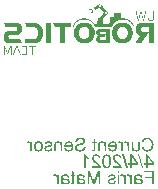
<source format=gbo>
G04*
G04 #@! TF.GenerationSoftware,Altium Limited,Altium Designer,21.2.1 (34)*
G04*
G04 Layer_Color=32896*
%FSLAX25Y25*%
%MOIN*%
G70*
G04*
G04 #@! TF.SameCoordinates,71E93446-40B6-4EA7-87A3-0284B43E5C68*
G04*
G04*
G04 #@! TF.FilePolarity,Positive*
G04*
G01*
G75*
G36*
X52123Y110282D02*
Y110196D01*
Y110109D01*
Y110022D01*
Y109936D01*
Y109849D01*
Y109762D01*
Y109676D01*
Y109589D01*
Y109502D01*
Y109415D01*
Y109329D01*
Y109242D01*
Y109155D01*
Y109069D01*
Y108982D01*
X50043D01*
Y108896D01*
Y108809D01*
Y108722D01*
Y108635D01*
Y108549D01*
Y108462D01*
Y108376D01*
Y108289D01*
Y108202D01*
Y108115D01*
Y108029D01*
Y107942D01*
Y107855D01*
Y107769D01*
Y107682D01*
Y107595D01*
Y107509D01*
Y107422D01*
Y107335D01*
Y107249D01*
Y107162D01*
Y107075D01*
Y106989D01*
Y106902D01*
Y106815D01*
Y106729D01*
Y106642D01*
Y106555D01*
Y106469D01*
Y106382D01*
Y106295D01*
Y106209D01*
Y106122D01*
Y106035D01*
Y105949D01*
Y105862D01*
Y105775D01*
Y105689D01*
Y105602D01*
Y105515D01*
Y105429D01*
Y105342D01*
Y105255D01*
Y105169D01*
Y105082D01*
Y104995D01*
Y104909D01*
Y104822D01*
Y104735D01*
Y104649D01*
Y104562D01*
Y104475D01*
Y104389D01*
Y104302D01*
Y104215D01*
Y104129D01*
Y104042D01*
Y103955D01*
Y103868D01*
Y103782D01*
Y103695D01*
Y103609D01*
X48483D01*
Y103695D01*
Y103782D01*
Y103868D01*
Y103955D01*
Y104042D01*
Y104129D01*
Y104215D01*
Y104302D01*
Y104389D01*
Y104475D01*
Y104562D01*
Y104649D01*
Y104735D01*
Y104822D01*
Y104909D01*
Y104995D01*
Y105082D01*
Y105169D01*
Y105255D01*
Y105342D01*
Y105429D01*
Y105515D01*
Y105602D01*
Y105689D01*
Y105775D01*
Y105862D01*
Y105949D01*
Y106035D01*
Y106122D01*
Y106209D01*
Y106295D01*
Y106382D01*
Y106469D01*
Y106555D01*
Y106642D01*
Y106729D01*
Y106815D01*
Y106902D01*
Y106989D01*
Y107075D01*
Y107162D01*
Y107249D01*
Y107335D01*
Y107422D01*
Y107509D01*
Y107595D01*
Y107682D01*
Y107769D01*
Y107855D01*
Y107942D01*
Y108029D01*
Y108115D01*
Y108202D01*
Y108289D01*
Y108376D01*
Y108462D01*
Y108549D01*
Y108635D01*
Y108722D01*
Y108809D01*
Y108896D01*
Y108982D01*
X46663D01*
Y109069D01*
Y109155D01*
X46576D01*
Y109242D01*
Y109329D01*
X46490D01*
Y109415D01*
Y109502D01*
X46403D01*
Y109589D01*
Y109676D01*
X46316D01*
Y109762D01*
Y109849D01*
X46229D01*
Y109936D01*
Y110022D01*
X46143D01*
Y110109D01*
Y110196D01*
Y110282D01*
X46056D01*
Y110369D01*
X52123D01*
Y110282D01*
D02*
G37*
G36*
X45189D02*
Y110196D01*
Y110109D01*
Y110022D01*
Y109936D01*
Y109849D01*
Y109762D01*
Y109676D01*
Y109589D01*
Y109502D01*
Y109415D01*
Y109329D01*
Y109242D01*
Y109155D01*
Y109069D01*
Y108982D01*
Y108896D01*
Y108809D01*
Y108722D01*
Y108635D01*
Y108549D01*
Y108462D01*
Y108376D01*
Y108289D01*
Y108202D01*
Y108115D01*
Y108029D01*
Y107942D01*
Y107855D01*
Y107769D01*
Y107682D01*
Y107595D01*
Y107509D01*
Y107422D01*
Y107335D01*
Y107249D01*
Y107162D01*
Y107075D01*
Y106989D01*
Y106902D01*
Y106815D01*
Y106729D01*
Y106642D01*
Y106555D01*
Y106469D01*
Y106382D01*
Y106295D01*
Y106209D01*
Y106122D01*
Y106035D01*
Y105949D01*
Y105862D01*
Y105775D01*
Y105689D01*
Y105602D01*
Y105515D01*
Y105429D01*
Y105342D01*
Y105255D01*
Y105169D01*
Y105082D01*
Y104995D01*
Y104909D01*
Y104822D01*
Y104735D01*
Y104649D01*
Y104562D01*
Y104475D01*
Y104389D01*
Y104302D01*
Y104215D01*
Y104129D01*
Y104042D01*
Y103955D01*
Y103868D01*
Y103782D01*
Y103695D01*
Y103609D01*
X43543D01*
Y103695D01*
Y103782D01*
Y103868D01*
Y103955D01*
Y104042D01*
Y104129D01*
Y104215D01*
Y104302D01*
Y104389D01*
Y104475D01*
Y104562D01*
Y104649D01*
Y104735D01*
Y104822D01*
Y104909D01*
Y104995D01*
Y105082D01*
Y105169D01*
Y105255D01*
Y105342D01*
Y105429D01*
Y105515D01*
Y105602D01*
Y105689D01*
Y105775D01*
Y105862D01*
Y105949D01*
Y106035D01*
Y106122D01*
Y106209D01*
Y106295D01*
Y106382D01*
Y106469D01*
Y106555D01*
Y106642D01*
Y106729D01*
Y106815D01*
Y106902D01*
Y106989D01*
Y107075D01*
Y107162D01*
Y107249D01*
Y107335D01*
Y107422D01*
Y107509D01*
Y107595D01*
Y107682D01*
Y107769D01*
Y107855D01*
Y107942D01*
Y108029D01*
Y108115D01*
Y108202D01*
Y108289D01*
Y108376D01*
Y108462D01*
Y108549D01*
Y108635D01*
Y108722D01*
Y108809D01*
Y108896D01*
Y108982D01*
Y109069D01*
Y109155D01*
Y109242D01*
Y109329D01*
Y109415D01*
Y109502D01*
Y109589D01*
Y109676D01*
Y109762D01*
Y109849D01*
Y109936D01*
Y110022D01*
Y110109D01*
Y110196D01*
Y110282D01*
Y110369D01*
X45189D01*
Y110282D01*
D02*
G37*
G36*
X40163D02*
X40422D01*
Y110196D01*
X40683D01*
Y110109D01*
X40942D01*
Y110022D01*
X41116D01*
Y109936D01*
X41289D01*
Y109849D01*
X41462D01*
Y109762D01*
X41549D01*
Y109676D01*
X41636D01*
Y109589D01*
X41723D01*
Y109502D01*
X41809D01*
Y109415D01*
X41896D01*
Y109329D01*
X41983D01*
Y109242D01*
X42069D01*
Y109155D01*
X42156D01*
Y109069D01*
Y108982D01*
X42243D01*
Y108896D01*
X42329D01*
Y108809D01*
Y108722D01*
X42416D01*
Y108635D01*
Y108549D01*
Y108462D01*
X42503D01*
Y108376D01*
Y108289D01*
Y108202D01*
Y108115D01*
X42589D01*
Y108029D01*
Y107942D01*
Y107855D01*
Y107769D01*
X42676D01*
Y107682D01*
Y107595D01*
Y107509D01*
Y107422D01*
Y107335D01*
Y107249D01*
Y107162D01*
Y107075D01*
Y106989D01*
Y106902D01*
Y106815D01*
Y106729D01*
Y106642D01*
Y106555D01*
Y106469D01*
Y106382D01*
Y106295D01*
Y106209D01*
Y106122D01*
X42589D01*
Y106035D01*
Y105949D01*
Y105862D01*
Y105775D01*
X42503D01*
Y105689D01*
Y105602D01*
Y105515D01*
X42416D01*
Y105429D01*
Y105342D01*
Y105255D01*
X42329D01*
Y105169D01*
Y105082D01*
X42243D01*
Y104995D01*
Y104909D01*
X42156D01*
Y104822D01*
Y104735D01*
X42069D01*
Y104649D01*
X41983D01*
Y104562D01*
X41896D01*
Y104475D01*
X41809D01*
Y104389D01*
X41723D01*
Y104302D01*
X41636D01*
Y104215D01*
X41549D01*
Y104129D01*
X41376D01*
Y104042D01*
X41289D01*
Y103955D01*
X41116D01*
Y103868D01*
X40856D01*
Y103782D01*
X40683D01*
Y103695D01*
X40336D01*
Y103609D01*
X36522D01*
Y103695D01*
Y103782D01*
Y103868D01*
Y103955D01*
Y104042D01*
Y104129D01*
Y104215D01*
Y104302D01*
Y104389D01*
Y104475D01*
Y104562D01*
Y104649D01*
Y104735D01*
Y104822D01*
Y104909D01*
Y104995D01*
X39989D01*
Y105082D01*
X40249D01*
Y105169D01*
X40336D01*
Y105255D01*
X40509D01*
Y105342D01*
Y105429D01*
X40596D01*
Y105515D01*
X40683D01*
Y105602D01*
Y105689D01*
X40769D01*
Y105775D01*
Y105862D01*
X40856D01*
Y105949D01*
Y106035D01*
Y106122D01*
Y106209D01*
X40942D01*
Y106295D01*
Y106382D01*
Y106469D01*
Y106555D01*
Y106642D01*
Y106729D01*
Y106815D01*
Y106902D01*
Y106989D01*
Y107075D01*
Y107162D01*
Y107249D01*
Y107335D01*
Y107422D01*
Y107509D01*
Y107595D01*
Y107682D01*
Y107769D01*
X40856D01*
Y107855D01*
Y107942D01*
Y108029D01*
X40769D01*
Y108115D01*
Y108202D01*
Y108289D01*
X40683D01*
Y108376D01*
X40596D01*
Y108462D01*
Y108549D01*
X40509D01*
Y108635D01*
X40422D01*
Y108722D01*
X40249D01*
Y108809D01*
X40163D01*
Y108896D01*
X39902D01*
Y108982D01*
X37216D01*
Y109069D01*
X37129D01*
Y109155D01*
Y109242D01*
Y109329D01*
X37042D01*
Y109415D01*
Y109502D01*
X36956D01*
Y109589D01*
Y109676D01*
X36869D01*
Y109762D01*
Y109849D01*
X36782D01*
Y109936D01*
Y110022D01*
X36696D01*
Y110109D01*
Y110196D01*
X36609D01*
Y110282D01*
Y110369D01*
X40163D01*
Y110282D01*
D02*
G37*
G36*
X34269D02*
X34529D01*
Y110196D01*
X34789D01*
Y110109D01*
X34876D01*
Y110022D01*
X35049D01*
Y109936D01*
X35135D01*
Y109849D01*
X35222D01*
Y109762D01*
X35309D01*
Y109676D01*
X35396D01*
Y109589D01*
Y109502D01*
X35482D01*
Y109415D01*
Y109329D01*
X35569D01*
Y109242D01*
Y109155D01*
Y109069D01*
Y108982D01*
X35656D01*
Y108896D01*
Y108809D01*
Y108722D01*
Y108635D01*
Y108549D01*
Y108462D01*
Y108376D01*
Y108289D01*
Y108202D01*
Y108115D01*
Y108029D01*
Y107942D01*
Y107855D01*
Y107769D01*
Y107682D01*
Y107595D01*
X35569D01*
Y107509D01*
Y107422D01*
Y107335D01*
X35482D01*
Y107249D01*
Y107162D01*
X35396D01*
Y107075D01*
X35309D01*
Y106989D01*
X35222D01*
Y106902D01*
X35135D01*
Y106815D01*
X35049D01*
Y106729D01*
X34876D01*
Y106642D01*
X34702D01*
Y106555D01*
X34529D01*
Y106469D01*
X34269D01*
Y106382D01*
X31755D01*
Y106295D01*
X31495D01*
Y106209D01*
X31409D01*
Y106122D01*
X31322D01*
Y106035D01*
X31235D01*
Y105949D01*
Y105862D01*
X31148D01*
Y105775D01*
Y105689D01*
Y105602D01*
Y105515D01*
X31235D01*
Y105429D01*
Y105342D01*
Y105255D01*
X31322D01*
Y105169D01*
X31409D01*
Y105082D01*
X31582D01*
Y104995D01*
X35049D01*
Y104909D01*
Y104822D01*
X35135D01*
Y104735D01*
Y104649D01*
X35222D01*
Y104562D01*
Y104475D01*
X35309D01*
Y104389D01*
Y104302D01*
X35396D01*
Y104215D01*
Y104129D01*
Y104042D01*
X35482D01*
Y103955D01*
Y103868D01*
X35569D01*
Y103782D01*
Y103695D01*
X35656D01*
Y103609D01*
X30975D01*
Y103695D01*
X30715D01*
Y103782D01*
X30455D01*
Y103868D01*
X30369D01*
Y103955D01*
X30195D01*
Y104042D01*
X30108D01*
Y104129D01*
X30022D01*
Y104215D01*
X29935D01*
Y104302D01*
Y104389D01*
X29849D01*
Y104475D01*
X29762D01*
Y104562D01*
Y104649D01*
Y104735D01*
X29675D01*
Y104822D01*
Y104909D01*
Y104995D01*
X29588D01*
Y105082D01*
Y105169D01*
Y105255D01*
Y105342D01*
Y105429D01*
Y105515D01*
Y105602D01*
Y105689D01*
Y105775D01*
Y105862D01*
Y105949D01*
Y106035D01*
Y106122D01*
Y106209D01*
Y106295D01*
Y106382D01*
X29675D01*
Y106469D01*
Y106555D01*
Y106642D01*
X29762D01*
Y106729D01*
Y106815D01*
X29849D01*
Y106902D01*
Y106989D01*
X29935D01*
Y107075D01*
X30022D01*
Y107162D01*
X30108D01*
Y107249D01*
X30282D01*
Y107335D01*
X30369D01*
Y107422D01*
X30542D01*
Y107509D01*
X30802D01*
Y107595D01*
X31062D01*
Y107682D01*
X33575D01*
Y107769D01*
X33835D01*
Y107855D01*
X33922D01*
Y107942D01*
X34009D01*
Y108029D01*
Y108115D01*
Y108202D01*
X34095D01*
Y108289D01*
Y108376D01*
Y108462D01*
X34009D01*
Y108549D01*
Y108635D01*
Y108722D01*
X33922D01*
Y108809D01*
X33835D01*
Y108896D01*
X33749D01*
Y108982D01*
X30195D01*
Y109069D01*
Y109155D01*
X30108D01*
Y109242D01*
Y109329D01*
X30022D01*
Y109415D01*
Y109502D01*
Y109589D01*
X29935D01*
Y109676D01*
Y109762D01*
X29849D01*
Y109849D01*
Y109936D01*
X29762D01*
Y110022D01*
Y110109D01*
X29675D01*
Y110196D01*
Y110282D01*
X29588D01*
Y110369D01*
X34269D01*
Y110282D01*
D02*
G37*
G36*
X32189Y102568D02*
Y102482D01*
Y102395D01*
Y102308D01*
Y102222D01*
Y102135D01*
Y102048D01*
Y101962D01*
Y101875D01*
Y101788D01*
Y101702D01*
Y101615D01*
Y101528D01*
Y101442D01*
Y101355D01*
Y101268D01*
Y101182D01*
Y101095D01*
Y101008D01*
Y100922D01*
Y100835D01*
Y100748D01*
Y100662D01*
Y100575D01*
Y100488D01*
Y100402D01*
Y100315D01*
Y100228D01*
Y100142D01*
Y100055D01*
Y99968D01*
Y99882D01*
Y99795D01*
Y99708D01*
X31929D01*
Y99795D01*
Y99882D01*
Y99968D01*
Y100055D01*
Y100142D01*
Y100228D01*
Y100315D01*
Y100402D01*
Y100488D01*
Y100575D01*
Y100662D01*
Y100748D01*
Y100835D01*
Y100922D01*
Y101008D01*
Y101095D01*
Y101182D01*
Y101268D01*
Y101355D01*
Y101442D01*
Y101528D01*
Y101615D01*
Y101702D01*
Y101788D01*
Y101875D01*
Y101962D01*
Y102048D01*
X31842D01*
Y101962D01*
X31755D01*
Y101875D01*
Y101788D01*
Y101702D01*
X31669D01*
Y101615D01*
Y101528D01*
Y101442D01*
X31582D01*
Y101355D01*
X31495D01*
Y101268D01*
Y101182D01*
Y101095D01*
X31409D01*
Y101008D01*
Y100922D01*
X31322D01*
Y100835D01*
Y100748D01*
X31235D01*
Y100662D01*
Y100575D01*
Y100488D01*
X31148D01*
Y100402D01*
Y100315D01*
X31062D01*
Y100228D01*
Y100142D01*
X30715D01*
Y100228D01*
X30628D01*
Y100315D01*
Y100402D01*
Y100488D01*
X30542D01*
Y100575D01*
Y100662D01*
X30455D01*
Y100748D01*
Y100835D01*
Y100922D01*
X30369D01*
Y101008D01*
Y101095D01*
X30282D01*
Y101182D01*
Y101268D01*
Y101355D01*
X30195D01*
Y101442D01*
Y101528D01*
X30108D01*
Y101615D01*
Y101702D01*
Y101788D01*
X30022D01*
Y101875D01*
Y101962D01*
Y102048D01*
X29849D01*
Y101962D01*
Y101875D01*
Y101788D01*
Y101702D01*
Y101615D01*
Y101528D01*
Y101442D01*
Y101355D01*
Y101268D01*
Y101182D01*
Y101095D01*
Y101008D01*
Y100922D01*
Y100835D01*
Y100748D01*
Y100662D01*
Y100575D01*
Y100488D01*
Y100402D01*
Y100315D01*
Y100228D01*
Y100142D01*
Y100055D01*
Y99968D01*
Y99882D01*
Y99795D01*
Y99708D01*
X29588D01*
Y99795D01*
Y99882D01*
Y99968D01*
Y100055D01*
Y100142D01*
Y100228D01*
Y100315D01*
Y100402D01*
Y100488D01*
Y100575D01*
Y100662D01*
Y100748D01*
Y100835D01*
Y100922D01*
Y101008D01*
Y101095D01*
Y101182D01*
Y101268D01*
Y101355D01*
Y101442D01*
Y101528D01*
Y101615D01*
Y101702D01*
Y101788D01*
Y101875D01*
Y101962D01*
Y102048D01*
Y102135D01*
Y102222D01*
Y102308D01*
Y102395D01*
Y102482D01*
Y102568D01*
Y102655D01*
X29935D01*
Y102568D01*
X30022D01*
Y102482D01*
Y102395D01*
Y102308D01*
X30108D01*
Y102222D01*
Y102135D01*
X30195D01*
Y102048D01*
Y101962D01*
Y101875D01*
X30282D01*
Y101788D01*
Y101702D01*
Y101615D01*
X30369D01*
Y101528D01*
Y101442D01*
X30455D01*
Y101355D01*
Y101268D01*
X30542D01*
Y101182D01*
Y101095D01*
Y101008D01*
X30628D01*
Y100922D01*
Y100835D01*
Y100748D01*
X30715D01*
Y100662D01*
Y100575D01*
X30802D01*
Y100488D01*
X30889D01*
Y100575D01*
X30975D01*
Y100662D01*
Y100748D01*
X31062D01*
Y100835D01*
Y100922D01*
Y101008D01*
X31148D01*
Y101095D01*
Y101182D01*
X31235D01*
Y101268D01*
Y101355D01*
X31322D01*
Y101442D01*
Y101528D01*
Y101615D01*
X31409D01*
Y101702D01*
Y101788D01*
X31495D01*
Y101875D01*
Y101962D01*
X31582D01*
Y102048D01*
Y102135D01*
Y102222D01*
X31669D01*
Y102308D01*
X31755D01*
Y102395D01*
Y102482D01*
Y102568D01*
X31842D01*
Y102655D01*
X32189D01*
Y102568D01*
D02*
G37*
G36*
X40336D02*
Y102482D01*
X39209D01*
Y102395D01*
Y102308D01*
Y102222D01*
Y102135D01*
Y102048D01*
Y101962D01*
Y101875D01*
Y101788D01*
Y101702D01*
Y101615D01*
Y101528D01*
Y101442D01*
Y101355D01*
Y101268D01*
Y101182D01*
Y101095D01*
Y101008D01*
Y100922D01*
Y100835D01*
Y100748D01*
Y100662D01*
Y100575D01*
Y100488D01*
Y100402D01*
Y100315D01*
Y100228D01*
Y100142D01*
Y100055D01*
Y99968D01*
Y99882D01*
Y99795D01*
Y99708D01*
X38949D01*
Y99795D01*
Y99882D01*
Y99968D01*
Y100055D01*
Y100142D01*
Y100228D01*
Y100315D01*
Y100402D01*
Y100488D01*
Y100575D01*
Y100662D01*
Y100748D01*
Y100835D01*
Y100922D01*
Y101008D01*
Y101095D01*
Y101182D01*
Y101268D01*
Y101355D01*
Y101442D01*
Y101528D01*
Y101615D01*
Y101702D01*
Y101788D01*
Y101875D01*
Y101962D01*
Y102048D01*
Y102135D01*
Y102222D01*
Y102308D01*
Y102395D01*
Y102482D01*
X37909D01*
Y102568D01*
Y102655D01*
X40336D01*
Y102568D01*
D02*
G37*
G36*
X37476D02*
Y102482D01*
Y102395D01*
Y102308D01*
Y102222D01*
Y102135D01*
Y102048D01*
Y101962D01*
Y101875D01*
Y101788D01*
Y101702D01*
Y101615D01*
Y101528D01*
Y101442D01*
Y101355D01*
Y101268D01*
Y101182D01*
Y101095D01*
Y101008D01*
Y100922D01*
Y100835D01*
Y100748D01*
Y100662D01*
Y100575D01*
Y100488D01*
Y100402D01*
Y100315D01*
Y100228D01*
Y100142D01*
Y100055D01*
Y99968D01*
Y99882D01*
Y99795D01*
Y99708D01*
X35742D01*
Y99795D01*
Y99882D01*
X37129D01*
Y99968D01*
Y100055D01*
Y100142D01*
Y100228D01*
Y100315D01*
Y100402D01*
Y100488D01*
Y100575D01*
Y100662D01*
Y100748D01*
Y100835D01*
Y100922D01*
Y101008D01*
Y101095D01*
Y101182D01*
X36002D01*
Y101268D01*
Y101355D01*
X37129D01*
Y101442D01*
Y101528D01*
Y101615D01*
Y101702D01*
Y101788D01*
Y101875D01*
Y101962D01*
Y102048D01*
Y102135D01*
Y102222D01*
Y102308D01*
Y102395D01*
X35829D01*
Y102482D01*
Y102568D01*
Y102655D01*
X37476D01*
Y102568D01*
D02*
G37*
G36*
X34095D02*
X34182D01*
Y102482D01*
Y102395D01*
Y102308D01*
X34269D01*
Y102222D01*
Y102135D01*
X34355D01*
Y102048D01*
Y101962D01*
Y101875D01*
X34442D01*
Y101788D01*
Y101702D01*
X34529D01*
Y101615D01*
Y101528D01*
Y101442D01*
X34615D01*
Y101355D01*
Y101268D01*
X34702D01*
Y101182D01*
Y101095D01*
X34789D01*
Y101008D01*
Y100922D01*
Y100835D01*
X34876D01*
Y100748D01*
Y100662D01*
X34962D01*
Y100575D01*
Y100488D01*
Y100402D01*
X35049D01*
Y100315D01*
Y100228D01*
X35135D01*
Y100142D01*
Y100055D01*
X35222D01*
Y99968D01*
Y99882D01*
Y99795D01*
X35309D01*
Y99708D01*
X35049D01*
Y99795D01*
X34962D01*
Y99882D01*
Y99968D01*
Y100055D01*
X34876D01*
Y100142D01*
Y100228D01*
X34789D01*
Y100315D01*
Y100402D01*
X34702D01*
Y100488D01*
Y100575D01*
X33315D01*
Y100488D01*
X33229D01*
Y100402D01*
Y100315D01*
X33142D01*
Y100228D01*
Y100142D01*
Y100055D01*
X33055D01*
Y99968D01*
Y99882D01*
X32969D01*
Y99795D01*
Y99708D01*
X32622D01*
Y99795D01*
X32709D01*
Y99882D01*
Y99968D01*
Y100055D01*
X32795D01*
Y100142D01*
Y100228D01*
X32882D01*
Y100315D01*
Y100402D01*
Y100488D01*
X32969D01*
Y100575D01*
Y100662D01*
X33055D01*
Y100748D01*
Y100835D01*
Y100922D01*
X33142D01*
Y101008D01*
Y101095D01*
Y101182D01*
X33229D01*
Y101268D01*
Y101355D01*
X33315D01*
Y101442D01*
Y101528D01*
Y101615D01*
X33402D01*
Y101702D01*
Y101788D01*
Y101875D01*
X33489D01*
Y101962D01*
Y102048D01*
X33575D01*
Y102135D01*
Y102222D01*
Y102308D01*
X33662D01*
Y102395D01*
Y102482D01*
Y102568D01*
X33749D01*
Y102655D01*
X34095D01*
Y102568D01*
D02*
G37*
G36*
X61831Y116436D02*
X61484D01*
Y116523D01*
X61831D01*
Y116436D01*
D02*
G37*
G36*
X61484Y116349D02*
X61310D01*
Y116436D01*
X61484D01*
Y116349D01*
D02*
G37*
G36*
X59144Y115136D02*
X59057D01*
Y115223D01*
X59144D01*
Y115136D01*
D02*
G37*
G36*
X59057Y115049D02*
X58970D01*
Y115136D01*
X59057D01*
Y115049D01*
D02*
G37*
G36*
X59750Y114443D02*
X59577D01*
Y114529D01*
X59750D01*
Y114443D01*
D02*
G37*
G36*
X57930Y114356D02*
X57844D01*
Y114443D01*
X57930D01*
Y114356D01*
D02*
G37*
G36*
X58277Y115049D02*
X58970D01*
Y114963D01*
Y114876D01*
Y114789D01*
Y114702D01*
Y114616D01*
X59057D01*
Y114529D01*
X59230D01*
Y114443D01*
X59577D01*
Y114356D01*
X59490D01*
Y114269D01*
Y114182D01*
X59404D01*
Y114096D01*
Y114009D01*
Y113923D01*
X59317D01*
Y113836D01*
Y113749D01*
X58537D01*
Y113836D01*
X58884D01*
Y113923D01*
X59057D01*
Y114009D01*
Y114096D01*
Y114182D01*
Y114269D01*
Y114356D01*
X58970D01*
Y114443D01*
Y114529D01*
Y114616D01*
X58884D01*
Y114702D01*
X58624D01*
Y114789D01*
X58450D01*
Y114876D01*
X58277D01*
Y114789D01*
X58190D01*
Y114702D01*
X58104D01*
Y114616D01*
Y114529D01*
X58017D01*
Y114443D01*
X57930D01*
Y114529D01*
Y114616D01*
X58017D01*
Y114702D01*
Y114789D01*
X58104D01*
Y114876D01*
Y114963D01*
X58190D01*
Y115049D01*
Y115136D01*
X58277D01*
Y115049D01*
D02*
G37*
G36*
X76998Y114096D02*
Y114009D01*
Y113923D01*
Y113836D01*
X76911D01*
Y113749D01*
Y113663D01*
Y113576D01*
Y113489D01*
Y113402D01*
X76825D01*
Y113316D01*
Y113229D01*
Y113142D01*
Y113056D01*
X76738D01*
Y112969D01*
Y112882D01*
Y112796D01*
Y112709D01*
X76652D01*
Y112622D01*
Y112536D01*
Y112449D01*
Y112362D01*
Y112276D01*
X76565D01*
Y112189D01*
Y112102D01*
Y112016D01*
Y111929D01*
Y111842D01*
X76478D01*
Y111756D01*
Y111669D01*
Y111582D01*
X76391D01*
Y111496D01*
Y111409D01*
Y111322D01*
Y111236D01*
Y111149D01*
X76045D01*
Y111236D01*
Y111322D01*
X75958D01*
Y111409D01*
Y111496D01*
Y111582D01*
X75871D01*
Y111669D01*
Y111756D01*
Y111842D01*
Y111929D01*
X75785D01*
Y112016D01*
Y112102D01*
Y112189D01*
Y112276D01*
X75698D01*
Y112362D01*
Y112449D01*
Y112536D01*
X75611D01*
Y112622D01*
Y112709D01*
Y112796D01*
Y112882D01*
Y112969D01*
X75525D01*
Y113056D01*
Y113142D01*
Y113229D01*
X75438D01*
Y113316D01*
Y113402D01*
Y113489D01*
Y113576D01*
Y113663D01*
X75351D01*
Y113749D01*
X75265D01*
Y113663D01*
Y113576D01*
Y113489D01*
X75178D01*
Y113402D01*
Y113316D01*
Y113229D01*
X75091D01*
Y113142D01*
Y113056D01*
Y112969D01*
Y112882D01*
Y112796D01*
X75005D01*
Y112709D01*
Y112622D01*
Y112536D01*
Y112449D01*
X74918D01*
Y112362D01*
Y112276D01*
Y112189D01*
Y112102D01*
X74831D01*
Y112016D01*
Y111929D01*
Y111842D01*
Y111756D01*
X74745D01*
Y111669D01*
Y111582D01*
Y111496D01*
Y111409D01*
X74658D01*
Y111322D01*
Y111236D01*
Y111149D01*
X74311D01*
Y111236D01*
Y111322D01*
X74225D01*
Y111409D01*
Y111496D01*
Y111582D01*
Y111669D01*
X74138D01*
Y111756D01*
Y111842D01*
Y111929D01*
Y112016D01*
X74051D01*
Y112102D01*
Y112189D01*
Y112276D01*
Y112362D01*
Y112449D01*
X73965D01*
Y112536D01*
Y112622D01*
Y112709D01*
Y112796D01*
X73878D01*
Y112882D01*
Y112969D01*
Y113056D01*
Y113142D01*
X73791D01*
Y113229D01*
Y113316D01*
Y113402D01*
Y113489D01*
Y113576D01*
X73705D01*
Y113663D01*
Y113749D01*
Y113836D01*
Y113923D01*
X73618D01*
Y114009D01*
Y114096D01*
Y114182D01*
X73878D01*
Y114096D01*
Y114009D01*
Y113923D01*
Y113836D01*
X73965D01*
Y113749D01*
Y113663D01*
Y113576D01*
Y113489D01*
Y113402D01*
X74051D01*
Y113316D01*
Y113229D01*
Y113142D01*
X74138D01*
Y113056D01*
Y112969D01*
Y112882D01*
Y112796D01*
Y112709D01*
X74225D01*
Y112622D01*
Y112536D01*
Y112449D01*
Y112362D01*
Y112276D01*
X74311D01*
Y112189D01*
Y112102D01*
Y112016D01*
X74398D01*
Y111929D01*
Y111842D01*
Y111756D01*
Y111669D01*
Y111582D01*
X74571D01*
Y111669D01*
Y111756D01*
Y111842D01*
Y111929D01*
Y112016D01*
X74658D01*
Y112102D01*
Y112189D01*
Y112276D01*
Y112362D01*
Y112449D01*
X74745D01*
Y112536D01*
Y112622D01*
Y112709D01*
Y112796D01*
X74831D01*
Y112882D01*
Y112969D01*
Y113056D01*
X74918D01*
Y113142D01*
Y113229D01*
Y113316D01*
Y113402D01*
X75005D01*
Y113489D01*
Y113576D01*
Y113663D01*
Y113749D01*
X75091D01*
Y113836D01*
Y113923D01*
Y114009D01*
Y114096D01*
X75178D01*
Y114182D01*
X75438D01*
Y114096D01*
Y114009D01*
X75525D01*
Y113923D01*
Y113836D01*
Y113749D01*
X75611D01*
Y113663D01*
Y113576D01*
Y113489D01*
Y113402D01*
X75698D01*
Y113316D01*
Y113229D01*
Y113142D01*
Y113056D01*
X75785D01*
Y112969D01*
Y112882D01*
Y112796D01*
Y112709D01*
X75871D01*
Y112622D01*
Y112536D01*
Y112449D01*
Y112362D01*
X75958D01*
Y112276D01*
Y112189D01*
Y112102D01*
X76045D01*
Y112016D01*
Y111929D01*
Y111842D01*
Y111756D01*
Y111669D01*
Y111582D01*
X76218D01*
Y111669D01*
Y111756D01*
Y111842D01*
Y111929D01*
Y112016D01*
X76305D01*
Y112102D01*
Y112189D01*
Y112276D01*
Y112362D01*
X76391D01*
Y112449D01*
Y112536D01*
Y112622D01*
Y112709D01*
X76478D01*
Y112796D01*
Y112882D01*
Y112969D01*
Y113056D01*
Y113142D01*
X76565D01*
Y113229D01*
Y113316D01*
Y113402D01*
Y113489D01*
X76652D01*
Y113576D01*
Y113663D01*
Y113749D01*
Y113836D01*
X76738D01*
Y113923D01*
Y114009D01*
Y114096D01*
Y114182D01*
X76998D01*
Y114096D01*
D02*
G37*
G36*
X79685D02*
Y114009D01*
Y113923D01*
Y113836D01*
Y113749D01*
Y113663D01*
Y113576D01*
Y113489D01*
Y113402D01*
Y113316D01*
Y113229D01*
Y113142D01*
Y113056D01*
Y112969D01*
Y112882D01*
Y112796D01*
Y112709D01*
Y112622D01*
Y112536D01*
Y112449D01*
Y112362D01*
Y112276D01*
Y112189D01*
Y112102D01*
Y112016D01*
Y111929D01*
Y111842D01*
X79598D01*
Y111756D01*
Y111669D01*
Y111582D01*
Y111496D01*
X79512D01*
Y111409D01*
Y111322D01*
X79338D01*
Y111236D01*
X79252D01*
Y111149D01*
X78905D01*
Y111062D01*
X78298D01*
Y111149D01*
X78038D01*
Y111236D01*
X77865D01*
Y111322D01*
X77778D01*
Y111409D01*
X77692D01*
Y111496D01*
Y111582D01*
X77605D01*
Y111669D01*
Y111756D01*
Y111842D01*
Y111929D01*
Y112016D01*
X77518D01*
Y112102D01*
Y112189D01*
Y112276D01*
Y112362D01*
Y112449D01*
Y112536D01*
Y112622D01*
Y112709D01*
Y112796D01*
Y112882D01*
Y112969D01*
Y113056D01*
Y113142D01*
Y113229D01*
Y113316D01*
Y113402D01*
Y113489D01*
Y113576D01*
Y113663D01*
Y113749D01*
Y113836D01*
Y113923D01*
Y114009D01*
Y114096D01*
Y114182D01*
X77778D01*
Y114096D01*
Y114009D01*
Y113923D01*
Y113836D01*
Y113749D01*
Y113663D01*
Y113576D01*
Y113489D01*
Y113402D01*
Y113316D01*
Y113229D01*
Y113142D01*
Y113056D01*
Y112969D01*
Y112882D01*
Y112796D01*
Y112709D01*
Y112622D01*
Y112536D01*
Y112449D01*
Y112362D01*
Y112276D01*
Y112189D01*
Y112102D01*
Y112016D01*
Y111929D01*
X77865D01*
Y111842D01*
Y111756D01*
Y111669D01*
Y111582D01*
X77952D01*
Y111496D01*
X78038D01*
Y111409D01*
X78125D01*
Y111322D01*
X78385D01*
Y111236D01*
X78472D01*
Y111322D01*
X78558D01*
Y111236D01*
X78645D01*
Y111322D01*
X78992D01*
Y111409D01*
X79165D01*
Y111496D01*
X79252D01*
Y111582D01*
X79338D01*
Y111669D01*
Y111756D01*
Y111842D01*
Y111929D01*
Y112016D01*
Y112102D01*
Y112189D01*
Y112276D01*
Y112362D01*
Y112449D01*
Y112536D01*
Y112622D01*
Y112709D01*
Y112796D01*
Y112882D01*
Y112969D01*
Y113056D01*
Y113142D01*
Y113229D01*
Y113316D01*
Y113402D01*
Y113489D01*
Y113576D01*
Y113663D01*
Y113749D01*
Y113836D01*
Y113923D01*
Y114009D01*
Y114096D01*
Y114182D01*
X79685D01*
Y114096D01*
D02*
G37*
G36*
X61310Y116263D02*
X61224D01*
Y116176D01*
Y116089D01*
Y116003D01*
Y115916D01*
Y115829D01*
X61310D01*
Y115743D01*
X61397D01*
Y115656D01*
X61917D01*
Y115743D01*
X62004D01*
Y115829D01*
X62090D01*
Y115916D01*
Y116003D01*
Y116089D01*
Y116176D01*
Y116263D01*
X62177D01*
Y116176D01*
X62264D01*
Y116089D01*
X62350D01*
Y116003D01*
X62437D01*
Y115916D01*
X62524D01*
Y115829D01*
X62611D01*
Y115743D01*
X62697D01*
Y115656D01*
Y115569D01*
X62784D01*
Y115483D01*
X62871D01*
Y115396D01*
X62957D01*
Y115309D01*
X63044D01*
Y115223D01*
Y115136D01*
X63131D01*
Y115049D01*
X63217D01*
Y114963D01*
X63304D01*
Y114876D01*
X63391D01*
Y114789D01*
X63477D01*
Y114702D01*
X63564D01*
Y114616D01*
Y114529D01*
X63651D01*
Y114443D01*
X63737D01*
Y114356D01*
X63824D01*
Y114269D01*
X63911D01*
Y114182D01*
Y114096D01*
X64084D01*
Y114009D01*
X64171D01*
Y113923D01*
Y113836D01*
X64257D01*
Y113749D01*
Y113663D01*
Y113576D01*
Y113489D01*
X64171D01*
Y113402D01*
X64084D01*
Y113316D01*
X63997D01*
Y113229D01*
Y113142D01*
X63911D01*
Y113056D01*
X63824D01*
Y112969D01*
X63737D01*
Y112882D01*
X63651D01*
Y112796D01*
X63564D01*
Y112709D01*
Y112622D01*
X63477D01*
Y112536D01*
X63391D01*
Y112449D01*
X63304D01*
Y112362D01*
X63217D01*
Y112276D01*
Y112189D01*
X63131D01*
Y112102D01*
X63044D01*
Y112016D01*
X62957D01*
Y111929D01*
X62871D01*
Y111842D01*
X62784D01*
Y111756D01*
X62697D01*
Y111669D01*
Y111582D01*
X62611D01*
Y111496D01*
X62524D01*
Y111409D01*
X62437D01*
Y111322D01*
Y111236D01*
X62524D01*
Y111149D01*
Y111062D01*
Y110976D01*
X62611D01*
Y110889D01*
Y110802D01*
Y110716D01*
Y110629D01*
X62697D01*
Y110542D01*
Y110456D01*
Y110369D01*
Y110282D01*
X62784D01*
Y110196D01*
Y110109D01*
X64344D01*
Y110196D01*
X64431D01*
Y110109D01*
X64517D01*
Y110196D01*
X64951D01*
Y110282D01*
Y110369D01*
Y110456D01*
Y110542D01*
Y110629D01*
Y110716D01*
Y110802D01*
Y110889D01*
Y110976D01*
Y111062D01*
Y111149D01*
Y111236D01*
Y111322D01*
Y111409D01*
Y111496D01*
Y111582D01*
Y111669D01*
Y111756D01*
Y111842D01*
Y111929D01*
Y112016D01*
Y112102D01*
Y112189D01*
Y112276D01*
Y112362D01*
X66338D01*
Y112449D01*
Y112536D01*
Y112622D01*
Y112709D01*
Y112796D01*
Y112882D01*
Y112969D01*
Y113056D01*
Y113142D01*
Y113229D01*
Y113316D01*
Y113402D01*
Y113489D01*
Y113576D01*
Y113663D01*
Y113749D01*
X68591D01*
Y113663D01*
Y113576D01*
Y113489D01*
Y113402D01*
Y113316D01*
Y113229D01*
X68678D01*
Y113142D01*
Y113056D01*
Y112969D01*
Y112882D01*
Y112796D01*
Y112709D01*
Y112622D01*
Y112536D01*
Y112449D01*
Y112362D01*
Y112276D01*
Y112189D01*
Y112102D01*
Y112016D01*
Y111929D01*
Y111842D01*
X69891D01*
Y111756D01*
X70324D01*
Y111669D01*
X70671D01*
Y111582D01*
X70931D01*
Y111496D01*
X71104D01*
Y111409D01*
X71278D01*
Y111322D01*
X71364D01*
Y111236D01*
X71538D01*
Y111149D01*
X71624D01*
Y111062D01*
X71798D01*
Y110976D01*
X71885D01*
Y110889D01*
X71971D01*
Y110802D01*
X72058D01*
Y110716D01*
X72145D01*
Y110629D01*
X72231D01*
Y110542D01*
X72318D01*
Y110456D01*
X72404D01*
Y110369D01*
X72491D01*
Y110282D01*
Y110196D01*
X72578D01*
Y110109D01*
X72664D01*
Y110022D01*
Y109936D01*
X72751D01*
Y109849D01*
Y109762D01*
X72838D01*
Y109676D01*
Y109589D01*
X72925D01*
Y109502D01*
Y109415D01*
X73011D01*
Y109329D01*
Y109242D01*
X72751D01*
Y109155D01*
X72664D01*
Y109242D01*
Y109329D01*
Y109415D01*
X72578D01*
Y109502D01*
Y109589D01*
X72491D01*
Y109676D01*
Y109762D01*
X72404D01*
Y109849D01*
Y109936D01*
X72318D01*
Y110022D01*
X72231D01*
Y110109D01*
X72145D01*
Y110196D01*
Y110282D01*
X72058D01*
Y110369D01*
X71971D01*
Y110456D01*
X71885D01*
Y110542D01*
X71798D01*
Y110629D01*
X71711D01*
Y110716D01*
X71624D01*
Y110802D01*
X71451D01*
Y110889D01*
X71364D01*
Y110976D01*
X71278D01*
Y111062D01*
X71104D01*
Y111149D01*
X70931D01*
Y111236D01*
X70671D01*
Y111322D01*
X70411D01*
Y111409D01*
X70151D01*
Y111496D01*
X68331D01*
Y111409D01*
X68071D01*
Y111322D01*
X67811D01*
Y111236D01*
X67551D01*
Y111149D01*
X67464D01*
Y111062D01*
X67291D01*
Y110976D01*
X67118D01*
Y110889D01*
X67031D01*
Y110802D01*
X66857D01*
Y110716D01*
X66771D01*
Y110629D01*
X66684D01*
Y110542D01*
X66597D01*
Y110456D01*
X66511D01*
Y110369D01*
X66424D01*
Y110282D01*
X66338D01*
Y110196D01*
Y110109D01*
X66251D01*
Y110022D01*
X66164D01*
Y109936D01*
X66077D01*
Y109849D01*
Y109762D01*
X65991D01*
Y109676D01*
Y109589D01*
X65904D01*
Y109502D01*
Y109415D01*
X65817D01*
Y109329D01*
Y109242D01*
X65731D01*
Y109155D01*
X59837D01*
Y109242D01*
Y109329D01*
X59750D01*
Y109415D01*
Y109502D01*
Y109589D01*
X59664D01*
Y109676D01*
Y109762D01*
X59577D01*
Y109849D01*
X59490D01*
Y109936D01*
Y110022D01*
X59404D01*
Y110109D01*
X59317D01*
Y110196D01*
X59230D01*
Y110282D01*
Y110369D01*
X59144D01*
Y110456D01*
X59057D01*
Y110542D01*
X58970D01*
Y110629D01*
X58884D01*
Y110716D01*
X58710D01*
Y110802D01*
X58624D01*
Y110889D01*
X58537D01*
Y110976D01*
X58364D01*
Y111062D01*
X58190D01*
Y111149D01*
X58017D01*
Y111236D01*
X57844D01*
Y111322D01*
X57584D01*
Y111409D01*
X57237D01*
Y111496D01*
X55590D01*
Y111409D01*
X55243D01*
Y111322D01*
X54983D01*
Y111236D01*
X54810D01*
Y111149D01*
X54637D01*
Y111062D01*
X54463D01*
Y110976D01*
X54290D01*
Y110889D01*
X54203D01*
Y110802D01*
X54030D01*
Y110716D01*
X53943D01*
Y110629D01*
X53857D01*
Y110542D01*
X53770D01*
Y110456D01*
X53683D01*
Y110369D01*
X53597D01*
Y110282D01*
X53510D01*
Y110196D01*
X53423D01*
Y110109D01*
Y110022D01*
X53337D01*
Y109936D01*
X53250D01*
Y109849D01*
Y109762D01*
X53163D01*
Y109676D01*
Y109589D01*
X53077D01*
Y109502D01*
Y109415D01*
X52990D01*
Y109329D01*
Y109242D01*
X52903D01*
Y109155D01*
X52817D01*
Y109242D01*
X52643D01*
Y109329D01*
Y109415D01*
X52730D01*
Y109502D01*
Y109589D01*
X52817D01*
Y109676D01*
Y109762D01*
X52903D01*
Y109849D01*
Y109936D01*
X52990D01*
Y110022D01*
Y110109D01*
X53077D01*
Y110196D01*
X53163D01*
Y110282D01*
Y110369D01*
X53250D01*
Y110456D01*
X53337D01*
Y110542D01*
X53423D01*
Y110629D01*
X53510D01*
Y110716D01*
X53597D01*
Y110802D01*
X53683D01*
Y110889D01*
X53770D01*
Y110976D01*
X53857D01*
Y111062D01*
X54030D01*
Y111149D01*
X54117D01*
Y111236D01*
X54290D01*
Y111322D01*
X54463D01*
Y111409D01*
X54550D01*
Y111496D01*
X54810D01*
Y111582D01*
X55070D01*
Y111669D01*
X55330D01*
Y111756D01*
X55764D01*
Y111842D01*
X56977D01*
Y111756D01*
X57497D01*
Y111669D01*
X57757D01*
Y111582D01*
X58017D01*
Y111496D01*
X58190D01*
Y111409D01*
X58364D01*
Y111322D01*
X58537D01*
Y111236D01*
X58710D01*
Y111149D01*
X58797D01*
Y111062D01*
X58884D01*
Y110976D01*
X59057D01*
Y110889D01*
X59144D01*
Y110802D01*
X59230D01*
Y110716D01*
X59317D01*
Y110629D01*
X59404D01*
Y110542D01*
X59490D01*
Y110456D01*
Y110369D01*
X59577D01*
Y110282D01*
X59664D01*
Y110196D01*
X59750D01*
Y110109D01*
X60704D01*
Y110196D01*
Y110282D01*
Y110369D01*
Y110456D01*
Y110542D01*
X60790D01*
Y110629D01*
Y110716D01*
Y110802D01*
Y110889D01*
X60877D01*
Y110976D01*
Y111062D01*
Y111149D01*
X60964D01*
Y111236D01*
Y111322D01*
Y111409D01*
Y111496D01*
X61050D01*
Y111582D01*
Y111669D01*
Y111756D01*
Y111842D01*
X61137D01*
Y111929D01*
Y112016D01*
Y112102D01*
X61657D01*
Y112189D01*
X61744D01*
Y112276D01*
X61831D01*
Y112362D01*
X61917D01*
Y112449D01*
Y112536D01*
X62004D01*
Y112622D01*
X62090D01*
Y112709D01*
X62177D01*
Y112796D01*
X62264D01*
Y112882D01*
Y112969D01*
X62350D01*
Y113056D01*
X62437D01*
Y113142D01*
X62524D01*
Y113229D01*
X62611D01*
Y113316D01*
X62697D01*
Y113402D01*
X62784D01*
Y113489D01*
Y113576D01*
X62871D01*
Y113663D01*
X62957D01*
Y113749D01*
Y113836D01*
X62784D01*
Y113923D01*
X62697D01*
Y114009D01*
X62611D01*
Y114096D01*
X62524D01*
Y114182D01*
Y114269D01*
X62437D01*
Y114356D01*
X62350D01*
Y114443D01*
X62264D01*
Y114529D01*
X62177D01*
Y114616D01*
X62090D01*
Y114702D01*
X62004D01*
Y114789D01*
X61917D01*
Y114876D01*
X61831D01*
Y114963D01*
Y115049D01*
X61744D01*
Y115136D01*
X61657D01*
Y115223D01*
X61571D01*
Y115309D01*
X61484D01*
Y115396D01*
X61310D01*
Y115309D01*
X61137D01*
Y115223D01*
X60964D01*
Y115136D01*
X60877D01*
Y115049D01*
X60704D01*
Y114963D01*
X60530D01*
Y114876D01*
X60357D01*
Y114789D01*
X60184D01*
Y114702D01*
X60097D01*
Y114616D01*
X59924D01*
Y114529D01*
X59750D01*
Y114616D01*
X59837D01*
Y114702D01*
Y114789D01*
Y114876D01*
Y114963D01*
Y115049D01*
X59750D01*
Y115136D01*
X59664D01*
Y115223D01*
X59230D01*
Y115309D01*
X59404D01*
Y115396D01*
X59577D01*
Y115483D01*
X59750D01*
Y115569D01*
X59837D01*
Y115656D01*
X60010D01*
Y115743D01*
X60184D01*
Y115829D01*
X60357D01*
Y115916D01*
X60530D01*
Y116003D01*
X60704D01*
Y116089D01*
X60790D01*
Y116176D01*
X60964D01*
Y116263D01*
X61137D01*
Y116349D01*
X61310D01*
Y116263D01*
D02*
G37*
G36*
X79598Y110282D02*
Y110196D01*
X79512D01*
Y110109D01*
X79598D01*
Y110022D01*
X79512D01*
Y109936D01*
X79598D01*
Y109849D01*
X79512D01*
Y109762D01*
X79598D01*
Y109676D01*
X79512D01*
Y109589D01*
X79598D01*
Y109502D01*
X79512D01*
Y109415D01*
X79598D01*
Y109329D01*
X79512D01*
Y109242D01*
X79598D01*
Y109155D01*
X79512D01*
Y109069D01*
X79598D01*
Y108982D01*
X79512D01*
Y108896D01*
X79598D01*
Y108809D01*
X79512D01*
Y108722D01*
X79598D01*
Y108635D01*
X79512D01*
Y108549D01*
X79598D01*
Y108462D01*
X79512D01*
Y108376D01*
X79598D01*
Y108289D01*
X79512D01*
Y108202D01*
X79598D01*
Y108115D01*
X79512D01*
Y108029D01*
X79598D01*
Y107942D01*
X79512D01*
Y107855D01*
X79598D01*
Y107769D01*
X79512D01*
Y107682D01*
X79598D01*
Y107595D01*
X79512D01*
Y107509D01*
X79598D01*
Y107422D01*
X79512D01*
Y107335D01*
X79598D01*
Y107249D01*
X79512D01*
Y107162D01*
X79598D01*
Y107075D01*
X79512D01*
Y106989D01*
X79598D01*
Y106902D01*
X79512D01*
Y106815D01*
X79598D01*
Y106729D01*
X79512D01*
Y106642D01*
X79598D01*
Y106555D01*
X79512D01*
Y106469D01*
X79598D01*
Y106382D01*
X79512D01*
Y106295D01*
X79598D01*
Y106209D01*
X79512D01*
Y106122D01*
X79598D01*
Y106035D01*
X79512D01*
Y105949D01*
X79598D01*
Y105862D01*
X79512D01*
Y105775D01*
X79598D01*
Y105689D01*
X79512D01*
Y105602D01*
X79598D01*
Y105515D01*
X79512D01*
Y105429D01*
X79598D01*
Y105342D01*
X79512D01*
Y105255D01*
X79598D01*
Y105169D01*
X79512D01*
Y105082D01*
X79598D01*
Y104995D01*
X79512D01*
Y104909D01*
X79598D01*
Y104822D01*
X79512D01*
Y104735D01*
X79598D01*
Y104649D01*
X79512D01*
Y104562D01*
X79598D01*
Y104475D01*
X79512D01*
Y104389D01*
X79598D01*
Y104302D01*
X79512D01*
Y104215D01*
X79598D01*
Y104129D01*
X79512D01*
Y104042D01*
X79598D01*
Y103955D01*
X79512D01*
Y103868D01*
X79598D01*
Y103782D01*
X79512D01*
Y103695D01*
X79598D01*
Y103609D01*
X77952D01*
Y103695D01*
Y103782D01*
Y103868D01*
Y103955D01*
Y104042D01*
Y104129D01*
Y104215D01*
Y104302D01*
Y104389D01*
Y104475D01*
Y104562D01*
Y104649D01*
Y104735D01*
Y104822D01*
Y104909D01*
Y104995D01*
Y105082D01*
Y105169D01*
Y105255D01*
Y105342D01*
Y105429D01*
Y105515D01*
Y105602D01*
Y105689D01*
Y105775D01*
Y105862D01*
Y105949D01*
Y106035D01*
Y106122D01*
Y106209D01*
Y106295D01*
Y106382D01*
Y106469D01*
Y106555D01*
Y106642D01*
Y106729D01*
Y106815D01*
Y106902D01*
Y106989D01*
Y107075D01*
X77778D01*
Y106989D01*
Y106902D01*
X77692D01*
Y106815D01*
X77605D01*
Y106729D01*
X77518D01*
Y106642D01*
Y106555D01*
X77431D01*
Y106469D01*
X77345D01*
Y106382D01*
Y106295D01*
X77258D01*
Y106209D01*
X77171D01*
Y106122D01*
Y106035D01*
X77085D01*
Y105949D01*
X76998D01*
Y105862D01*
X76911D01*
Y105775D01*
Y105689D01*
X76825D01*
Y105602D01*
X76738D01*
Y105515D01*
Y105429D01*
X76652D01*
Y105342D01*
X76565D01*
Y105255D01*
Y105169D01*
X76478D01*
Y105082D01*
X76391D01*
Y104995D01*
X76305D01*
Y104909D01*
Y104822D01*
X76218D01*
Y104735D01*
X76131D01*
Y104649D01*
Y104562D01*
X76045D01*
Y104475D01*
X75958D01*
Y104389D01*
Y104302D01*
X75871D01*
Y104215D01*
X75785D01*
Y104129D01*
X75698D01*
Y104042D01*
Y103955D01*
X75611D01*
Y103868D01*
X75525D01*
Y103782D01*
Y103695D01*
X75438D01*
Y103609D01*
X73445D01*
Y103695D01*
X73531D01*
Y103782D01*
Y103868D01*
X73618D01*
Y103955D01*
X73705D01*
Y104042D01*
Y104129D01*
X73791D01*
Y104215D01*
X73878D01*
Y104302D01*
Y104389D01*
X73965D01*
Y104475D01*
X74051D01*
Y104562D01*
Y104649D01*
X74138D01*
Y104735D01*
X74225D01*
Y104822D01*
X74311D01*
Y104909D01*
Y104995D01*
X74398D01*
Y105082D01*
X74485D01*
Y105169D01*
Y105255D01*
X74571D01*
Y105342D01*
X74658D01*
Y105429D01*
Y105515D01*
X74745D01*
Y105602D01*
X74831D01*
Y105689D01*
Y105775D01*
X74918D01*
Y105862D01*
X75005D01*
Y105949D01*
X75091D01*
Y106035D01*
Y106122D01*
X74831D01*
Y106209D01*
X74658D01*
Y106295D01*
X74485D01*
Y106382D01*
X74311D01*
Y106469D01*
X74225D01*
Y106555D01*
X74138D01*
Y106642D01*
X74051D01*
Y106729D01*
X73965D01*
Y106815D01*
X73878D01*
Y106902D01*
X73791D01*
Y106989D01*
Y107075D01*
X73705D01*
Y107162D01*
Y107249D01*
X73618D01*
Y107335D01*
Y107422D01*
Y107509D01*
X73531D01*
Y107595D01*
Y107682D01*
Y107769D01*
Y107855D01*
Y107942D01*
Y108029D01*
Y108115D01*
Y108202D01*
Y108289D01*
Y108376D01*
Y108462D01*
Y108549D01*
Y108635D01*
Y108722D01*
Y108809D01*
X73618D01*
Y108896D01*
Y108982D01*
Y109069D01*
X73705D01*
Y109155D01*
Y109242D01*
X73791D01*
Y109329D01*
Y109415D01*
X73878D01*
Y109502D01*
Y109589D01*
X73965D01*
Y109676D01*
X74051D01*
Y109762D01*
X74138D01*
Y109849D01*
X74225D01*
Y109936D01*
X74398D01*
Y110022D01*
X74485D01*
Y110109D01*
X74658D01*
Y110196D01*
X74831D01*
Y110282D01*
X75178D01*
Y110369D01*
X79598D01*
Y110282D01*
D02*
G37*
G36*
X70064D02*
X70324D01*
Y110196D01*
X70584D01*
Y110109D01*
X70758D01*
Y110022D01*
X70931D01*
Y109936D01*
X71104D01*
Y109849D01*
X71278D01*
Y109762D01*
X71364D01*
Y109676D01*
X71451D01*
Y109589D01*
X71538D01*
Y109502D01*
X71624D01*
Y109415D01*
X71711D01*
Y109329D01*
X71798D01*
Y109242D01*
X71885D01*
Y109155D01*
X71971D01*
Y109069D01*
X72058D01*
Y108982D01*
Y108896D01*
X72145D01*
Y108809D01*
X72231D01*
Y108722D01*
Y108635D01*
Y108549D01*
X72318D01*
Y108462D01*
Y108376D01*
X72404D01*
Y108289D01*
Y108202D01*
X72491D01*
Y108115D01*
Y108029D01*
Y107942D01*
Y107855D01*
Y107769D01*
X72578D01*
Y107682D01*
Y107595D01*
Y107509D01*
Y107422D01*
Y107335D01*
Y107249D01*
Y107162D01*
Y107075D01*
Y106989D01*
Y106902D01*
Y106815D01*
Y106729D01*
Y106642D01*
Y106555D01*
Y106469D01*
Y106382D01*
Y106295D01*
Y106209D01*
X72491D01*
Y106122D01*
Y106035D01*
Y105949D01*
Y105862D01*
X72404D01*
Y105775D01*
Y105689D01*
Y105602D01*
X72318D01*
Y105515D01*
Y105429D01*
X72231D01*
Y105342D01*
Y105255D01*
X72145D01*
Y105169D01*
Y105082D01*
X72058D01*
Y104995D01*
Y104909D01*
X71971D01*
Y104822D01*
X71885D01*
Y104735D01*
X71798D01*
Y104649D01*
Y104562D01*
X71711D01*
Y104475D01*
X71538D01*
Y104389D01*
X71451D01*
Y104302D01*
X71364D01*
Y104215D01*
X71278D01*
Y104129D01*
X71104D01*
Y104042D01*
X71018D01*
Y103955D01*
X70844D01*
Y103868D01*
X70584D01*
Y103782D01*
X70324D01*
Y103695D01*
X69978D01*
Y103609D01*
X68331D01*
Y103695D01*
X67984D01*
Y103782D01*
X67724D01*
Y103868D01*
X67464D01*
Y103955D01*
X67378D01*
Y104042D01*
X67204D01*
Y104129D01*
X67031D01*
Y104215D01*
X66944D01*
Y104302D01*
X66857D01*
Y104389D01*
X66771D01*
Y104475D01*
X66684D01*
Y104562D01*
X66597D01*
Y104649D01*
X66511D01*
Y104735D01*
X66424D01*
Y104822D01*
X66338D01*
Y104909D01*
Y104995D01*
X66251D01*
Y105082D01*
X66164D01*
Y105169D01*
Y105255D01*
X66077D01*
Y105342D01*
Y105429D01*
Y105515D01*
X65991D01*
Y105602D01*
Y105689D01*
X65904D01*
Y105775D01*
Y105862D01*
Y105949D01*
X65817D01*
Y106035D01*
Y106122D01*
Y106209D01*
Y106295D01*
Y106382D01*
X65731D01*
Y106469D01*
X65817D01*
Y106555D01*
Y106642D01*
X65731D01*
Y106729D01*
Y106815D01*
Y106902D01*
Y106989D01*
Y107075D01*
Y107162D01*
Y107249D01*
Y107335D01*
X65817D01*
Y107422D01*
Y107509D01*
X65731D01*
Y107595D01*
X65817D01*
Y107682D01*
Y107769D01*
Y107855D01*
Y107942D01*
Y108029D01*
X65904D01*
Y108115D01*
Y108202D01*
Y108289D01*
X65991D01*
Y108376D01*
Y108462D01*
Y108549D01*
X66077D01*
Y108635D01*
Y108722D01*
X66164D01*
Y108809D01*
Y108896D01*
X66251D01*
Y108982D01*
X66338D01*
Y109069D01*
Y109155D01*
X66424D01*
Y109242D01*
X66511D01*
Y109329D01*
X66597D01*
Y109415D01*
X66684D01*
Y109502D01*
X66771D01*
Y109589D01*
X66857D01*
Y109676D01*
X66944D01*
Y109762D01*
X67118D01*
Y109849D01*
X67204D01*
Y109936D01*
X67378D01*
Y110022D01*
X67551D01*
Y110109D01*
X67724D01*
Y110196D01*
X67984D01*
Y110282D01*
X68331D01*
Y110369D01*
X70064D01*
Y110282D01*
D02*
G37*
G36*
X64864Y108376D02*
Y108289D01*
Y108202D01*
Y108115D01*
Y108029D01*
Y107942D01*
Y107855D01*
Y107769D01*
Y107682D01*
Y107595D01*
Y107509D01*
Y107422D01*
Y107335D01*
Y107249D01*
Y107162D01*
Y107075D01*
Y106989D01*
Y106902D01*
Y106815D01*
Y106729D01*
Y106642D01*
Y106555D01*
Y106469D01*
Y106382D01*
Y106295D01*
Y106209D01*
Y106122D01*
Y106035D01*
Y105949D01*
Y105862D01*
Y105775D01*
Y105689D01*
Y105602D01*
Y105515D01*
Y105429D01*
Y105342D01*
Y105255D01*
Y105169D01*
Y105082D01*
Y104995D01*
Y104909D01*
Y104822D01*
Y104735D01*
Y104649D01*
Y104562D01*
Y104475D01*
Y104389D01*
Y104302D01*
Y104215D01*
Y104129D01*
Y104042D01*
Y103955D01*
Y103868D01*
Y103782D01*
Y103695D01*
Y103609D01*
X61224D01*
Y103695D01*
X61050D01*
Y103782D01*
X60877D01*
Y103868D01*
X60790D01*
Y103955D01*
X60704D01*
Y104042D01*
X60617D01*
Y104129D01*
X60530D01*
Y104215D01*
Y104302D01*
X60444D01*
Y104389D01*
Y104475D01*
Y104562D01*
Y104649D01*
Y104735D01*
Y104822D01*
Y104909D01*
Y104995D01*
Y105082D01*
Y105169D01*
Y105255D01*
Y105342D01*
X60530D01*
Y105429D01*
Y105515D01*
X60617D01*
Y105602D01*
Y105689D01*
X60704D01*
Y105775D01*
X60790D01*
Y105862D01*
X60877D01*
Y105949D01*
X61050D01*
Y106035D01*
X61137D01*
Y106122D01*
Y106209D01*
X60964D01*
Y106295D01*
X60790D01*
Y106382D01*
X60704D01*
Y106469D01*
X60617D01*
Y106555D01*
X60530D01*
Y106642D01*
Y106729D01*
Y106815D01*
X60444D01*
Y106902D01*
Y106989D01*
Y107075D01*
Y107162D01*
Y107249D01*
Y107335D01*
Y107422D01*
Y107509D01*
X60530D01*
Y107595D01*
Y107682D01*
Y107769D01*
X60617D01*
Y107855D01*
Y107942D01*
X60704D01*
Y108029D01*
X60790D01*
Y108115D01*
X60877D01*
Y108202D01*
X61050D01*
Y108289D01*
X61224D01*
Y108376D01*
X61744D01*
Y108462D01*
X64864D01*
Y108376D01*
D02*
G37*
G36*
X57324Y110282D02*
X57584D01*
Y110196D01*
X57844D01*
Y110109D01*
X58104D01*
Y110022D01*
X58190D01*
Y109936D01*
X58364D01*
Y109849D01*
X58537D01*
Y109762D01*
X58624D01*
Y109676D01*
X58710D01*
Y109589D01*
X58797D01*
Y109502D01*
X58884D01*
Y109415D01*
X59057D01*
Y109329D01*
Y109242D01*
X59144D01*
Y109155D01*
X59230D01*
Y109069D01*
X59317D01*
Y108982D01*
X59404D01*
Y108896D01*
Y108809D01*
X59490D01*
Y108722D01*
Y108635D01*
X59577D01*
Y108549D01*
Y108462D01*
X59664D01*
Y108376D01*
Y108289D01*
Y108202D01*
X59750D01*
Y108115D01*
Y108029D01*
Y107942D01*
Y107855D01*
X59837D01*
Y107769D01*
Y107682D01*
Y107595D01*
Y107509D01*
Y107422D01*
Y107335D01*
X59924D01*
Y107249D01*
Y107162D01*
Y107075D01*
Y106989D01*
Y106902D01*
Y106815D01*
Y106729D01*
Y106642D01*
X59837D01*
Y106555D01*
Y106469D01*
Y106382D01*
Y106295D01*
Y106209D01*
X59750D01*
Y106122D01*
Y106035D01*
Y105949D01*
Y105862D01*
X59664D01*
Y105775D01*
Y105689D01*
Y105602D01*
Y105515D01*
X59577D01*
Y105429D01*
Y105342D01*
X59490D01*
Y105255D01*
Y105169D01*
X59404D01*
Y105082D01*
X59317D01*
Y104995D01*
Y104909D01*
X59230D01*
Y104822D01*
X59144D01*
Y104735D01*
Y104649D01*
X59057D01*
Y104562D01*
X58970D01*
Y104475D01*
X58884D01*
Y104389D01*
X58797D01*
Y104302D01*
X58624D01*
Y104215D01*
X58537D01*
Y104129D01*
X58450D01*
Y104042D01*
X58277D01*
Y103955D01*
X58104D01*
Y103868D01*
X57844D01*
Y103782D01*
X57584D01*
Y103695D01*
X57237D01*
Y103609D01*
X55590D01*
Y103695D01*
X55243D01*
Y103782D01*
X54983D01*
Y103868D01*
X54810D01*
Y103955D01*
X54637D01*
Y104042D01*
X54463D01*
Y104129D01*
X54290D01*
Y104215D01*
X54203D01*
Y104302D01*
X54117D01*
Y104389D01*
X54030D01*
Y104475D01*
X53943D01*
Y104562D01*
X53857D01*
Y104649D01*
X53770D01*
Y104735D01*
X53683D01*
Y104822D01*
Y104909D01*
X53597D01*
Y104995D01*
X53510D01*
Y105082D01*
Y105169D01*
X53423D01*
Y105255D01*
X53337D01*
Y105342D01*
Y105429D01*
Y105515D01*
X53250D01*
Y105602D01*
Y105689D01*
Y105775D01*
X53163D01*
Y105862D01*
Y105949D01*
Y106035D01*
X53077D01*
Y106122D01*
Y106209D01*
Y106295D01*
Y106382D01*
Y106469D01*
Y106555D01*
X52990D01*
Y106642D01*
Y106729D01*
Y106815D01*
Y106902D01*
Y106989D01*
Y107075D01*
Y107162D01*
Y107249D01*
Y107335D01*
Y107422D01*
X53077D01*
Y107509D01*
Y107595D01*
Y107682D01*
Y107769D01*
Y107855D01*
Y107942D01*
X53163D01*
Y108029D01*
Y108115D01*
Y108202D01*
X53250D01*
Y108289D01*
Y108376D01*
Y108462D01*
X53337D01*
Y108549D01*
Y108635D01*
X53423D01*
Y108722D01*
Y108809D01*
X53510D01*
Y108896D01*
Y108982D01*
X53597D01*
Y109069D01*
X53683D01*
Y109155D01*
Y109242D01*
X53770D01*
Y109329D01*
X53857D01*
Y109415D01*
X53943D01*
Y109502D01*
X54030D01*
Y109589D01*
X54117D01*
Y109676D01*
X54203D01*
Y109762D01*
X54377D01*
Y109849D01*
X54463D01*
Y109936D01*
X54637D01*
Y110022D01*
X54810D01*
Y110109D01*
X54983D01*
Y110196D01*
X55243D01*
Y110282D01*
X55590D01*
Y110369D01*
X57324D01*
Y110282D01*
D02*
G37*
G36*
X73445Y103522D02*
X73358D01*
Y103609D01*
X73445D01*
Y103522D01*
D02*
G37*
G36*
X60151Y71623D02*
Y70819D01*
X60559D01*
Y70392D01*
X60151D01*
Y68513D01*
Y68422D01*
Y68344D01*
X60144Y68273D01*
X60138Y68202D01*
Y68143D01*
X60131Y68091D01*
X60118Y68007D01*
X60105Y67942D01*
X60099Y67897D01*
X60086Y67871D01*
Y67865D01*
X60060Y67806D01*
X60021Y67761D01*
X59982Y67716D01*
X59950Y67683D01*
X59911Y67651D01*
X59885Y67631D01*
X59866Y67618D01*
X59859Y67612D01*
X59788Y67580D01*
X59717Y67560D01*
X59639Y67541D01*
X59561Y67534D01*
X59496Y67528D01*
X59444Y67521D01*
X59393D01*
X59250Y67528D01*
X59179Y67534D01*
X59114Y67547D01*
X59056Y67554D01*
X59010Y67560D01*
X58984Y67567D01*
X58971D01*
X59043Y68053D01*
X59095Y68046D01*
X59146Y68040D01*
X59192D01*
X59224Y68033D01*
X59289D01*
X59373Y68040D01*
X59431Y68053D01*
X59464Y68066D01*
X59477Y68072D01*
X59522Y68104D01*
X59548Y68137D01*
X59567Y68163D01*
X59574Y68176D01*
X59580Y68208D01*
X59587Y68253D01*
X59593Y68357D01*
X59600Y68402D01*
Y68441D01*
Y68467D01*
Y68480D01*
Y70392D01*
X59043D01*
Y70819D01*
X59600D01*
Y71953D01*
X60151Y71623D01*
D02*
G37*
G36*
X77601Y72115D02*
X77809Y72083D01*
X77990Y72044D01*
X78074Y72018D01*
X78152Y71992D01*
X78223Y71966D01*
X78288Y71940D01*
X78340Y71921D01*
X78392Y71902D01*
X78424Y71882D01*
X78450Y71869D01*
X78470Y71863D01*
X78476Y71856D01*
X78651Y71746D01*
X78800Y71617D01*
X78930Y71487D01*
X79040Y71357D01*
X79124Y71241D01*
X79157Y71189D01*
X79182Y71144D01*
X79208Y71111D01*
X79221Y71085D01*
X79228Y71066D01*
X79234Y71059D01*
X79325Y70858D01*
X79390Y70651D01*
X79435Y70444D01*
X79468Y70256D01*
X79481Y70171D01*
X79487Y70087D01*
X79493Y70022D01*
Y69958D01*
X79500Y69912D01*
Y69873D01*
Y69848D01*
Y69841D01*
X79487Y69608D01*
X79461Y69381D01*
X79429Y69180D01*
X79403Y69083D01*
X79383Y68999D01*
X79364Y68921D01*
X79338Y68850D01*
X79319Y68785D01*
X79306Y68733D01*
X79286Y68694D01*
X79280Y68662D01*
X79267Y68642D01*
Y68636D01*
X79169Y68441D01*
X79059Y68266D01*
X78943Y68117D01*
X78884Y68059D01*
X78833Y68001D01*
X78781Y67949D01*
X78729Y67904D01*
X78684Y67865D01*
X78645Y67839D01*
X78619Y67813D01*
X78593Y67793D01*
X78580Y67787D01*
X78573Y67780D01*
X78483Y67729D01*
X78392Y67683D01*
X78197Y67612D01*
X78003Y67560D01*
X77815Y67528D01*
X77724Y67515D01*
X77647Y67502D01*
X77575Y67495D01*
X77517D01*
X77465Y67489D01*
X77394D01*
X77264Y67495D01*
X77141Y67508D01*
X77025Y67521D01*
X76915Y67547D01*
X76811Y67580D01*
X76714Y67612D01*
X76623Y67644D01*
X76539Y67683D01*
X76467Y67716D01*
X76396Y67748D01*
X76344Y67780D01*
X76292Y67813D01*
X76260Y67839D01*
X76228Y67852D01*
X76215Y67865D01*
X76208Y67871D01*
X76117Y67949D01*
X76040Y68027D01*
X75968Y68117D01*
X75897Y68208D01*
X75780Y68389D01*
X75690Y68571D01*
X75651Y68655D01*
X75618Y68733D01*
X75593Y68804D01*
X75573Y68862D01*
X75554Y68914D01*
X75541Y68953D01*
X75534Y68979D01*
Y68986D01*
X76130Y69135D01*
X76156Y69031D01*
X76189Y68934D01*
X76221Y68843D01*
X76253Y68759D01*
X76292Y68681D01*
X76331Y68616D01*
X76377Y68551D01*
X76415Y68493D01*
X76448Y68441D01*
X76487Y68402D01*
X76519Y68364D01*
X76545Y68331D01*
X76571Y68312D01*
X76591Y68292D01*
X76597Y68286D01*
X76603Y68279D01*
X76668Y68227D01*
X76740Y68189D01*
X76882Y68117D01*
X77018Y68066D01*
X77154Y68033D01*
X77271Y68007D01*
X77316Y68001D01*
X77362D01*
X77400Y67994D01*
X77446D01*
X77595Y68001D01*
X77737Y68027D01*
X77867Y68059D01*
X77984Y68098D01*
X78074Y68137D01*
X78113Y68156D01*
X78146Y68169D01*
X78172Y68182D01*
X78191Y68195D01*
X78204Y68202D01*
X78211D01*
X78334Y68292D01*
X78437Y68389D01*
X78528Y68500D01*
X78599Y68603D01*
X78658Y68694D01*
X78697Y68772D01*
X78709Y68804D01*
X78722Y68824D01*
X78729Y68837D01*
Y68843D01*
X78781Y69012D01*
X78820Y69180D01*
X78852Y69349D01*
X78871Y69504D01*
X78878Y69575D01*
X78884Y69640D01*
Y69699D01*
X78891Y69744D01*
Y69783D01*
Y69815D01*
Y69835D01*
Y69841D01*
X78884Y70009D01*
X78871Y70165D01*
X78846Y70308D01*
X78820Y70437D01*
X78800Y70547D01*
X78787Y70593D01*
X78774Y70632D01*
X78768Y70664D01*
X78761Y70683D01*
X78755Y70696D01*
Y70703D01*
X78690Y70852D01*
X78619Y70988D01*
X78541Y71098D01*
X78457Y71195D01*
X78385Y71273D01*
X78327Y71325D01*
X78282Y71357D01*
X78275Y71370D01*
X78269D01*
X78133Y71455D01*
X77984Y71519D01*
X77841Y71565D01*
X77705Y71591D01*
X77582Y71610D01*
X77530Y71617D01*
X77485D01*
X77452Y71623D01*
X77400D01*
X77239Y71617D01*
X77089Y71591D01*
X76966Y71552D01*
X76856Y71513D01*
X76772Y71468D01*
X76707Y71435D01*
X76668Y71409D01*
X76655Y71396D01*
X76552Y71299D01*
X76454Y71189D01*
X76377Y71072D01*
X76312Y70956D01*
X76260Y70852D01*
X76241Y70800D01*
X76228Y70761D01*
X76215Y70729D01*
X76202Y70703D01*
X76195Y70690D01*
Y70683D01*
X75612Y70819D01*
X75651Y70936D01*
X75690Y71040D01*
X75742Y71137D01*
X75787Y71234D01*
X75839Y71319D01*
X75897Y71396D01*
X75949Y71474D01*
X76001Y71539D01*
X76053Y71591D01*
X76098Y71643D01*
X76143Y71688D01*
X76176Y71720D01*
X76208Y71753D01*
X76234Y71772D01*
X76247Y71779D01*
X76253Y71785D01*
X76344Y71843D01*
X76435Y71902D01*
X76526Y71947D01*
X76623Y71986D01*
X76817Y72044D01*
X76992Y72083D01*
X77077Y72102D01*
X77148Y72109D01*
X77219Y72115D01*
X77277Y72122D01*
X77323Y72128D01*
X77387D01*
X77601Y72115D01*
D02*
G37*
G36*
X74886Y68804D02*
Y68681D01*
X74880Y68571D01*
X74873Y68487D01*
X74867Y68409D01*
Y68357D01*
X74860Y68318D01*
X74854Y68292D01*
Y68286D01*
X74834Y68202D01*
X74809Y68124D01*
X74783Y68053D01*
X74750Y67994D01*
X74724Y67942D01*
X74705Y67910D01*
X74692Y67884D01*
X74685Y67878D01*
X74634Y67819D01*
X74575Y67767D01*
X74517Y67722D01*
X74452Y67683D01*
X74400Y67651D01*
X74355Y67625D01*
X74329Y67612D01*
X74316Y67605D01*
X74219Y67567D01*
X74128Y67541D01*
X74037Y67521D01*
X73953Y67508D01*
X73882Y67502D01*
X73823Y67495D01*
X73778D01*
X73662Y67502D01*
X73545Y67521D01*
X73441Y67547D01*
X73338Y67580D01*
X73247Y67625D01*
X73163Y67670D01*
X73085Y67716D01*
X73014Y67767D01*
X72949Y67819D01*
X72897Y67865D01*
X72852Y67917D01*
X72813Y67955D01*
X72780Y67988D01*
X72761Y68014D01*
X72748Y68033D01*
X72741Y68040D01*
Y67567D01*
X72249D01*
Y70819D01*
X72800D01*
Y69076D01*
X72806Y68927D01*
X72813Y68798D01*
X72826Y68688D01*
X72845Y68597D01*
X72865Y68526D01*
X72877Y68474D01*
X72884Y68448D01*
X72890Y68435D01*
X72929Y68357D01*
X72975Y68292D01*
X73027Y68234D01*
X73078Y68182D01*
X73124Y68143D01*
X73163Y68117D01*
X73189Y68098D01*
X73201Y68091D01*
X73286Y68053D01*
X73370Y68020D01*
X73448Y68001D01*
X73519Y67981D01*
X73577Y67975D01*
X73623Y67968D01*
X73668D01*
X73759Y67975D01*
X73836Y67988D01*
X73908Y68007D01*
X73966Y68033D01*
X74018Y68053D01*
X74050Y68072D01*
X74076Y68085D01*
X74083Y68091D01*
X74141Y68143D01*
X74186Y68195D01*
X74225Y68253D01*
X74258Y68305D01*
X74277Y68357D01*
X74290Y68396D01*
X74303Y68422D01*
Y68428D01*
X74316Y68500D01*
X74322Y68584D01*
X74329Y68681D01*
Y68778D01*
X74335Y68869D01*
Y68940D01*
Y68973D01*
Y68992D01*
Y69005D01*
Y69012D01*
Y70819D01*
X74886D01*
Y68804D01*
D02*
G37*
G36*
X66009Y70884D02*
X66125Y70871D01*
X66235Y70852D01*
X66339Y70819D01*
X66436Y70787D01*
X66527Y70748D01*
X66611Y70709D01*
X66683Y70664D01*
X66754Y70625D01*
X66812Y70580D01*
X66864Y70541D01*
X66903Y70508D01*
X66935Y70476D01*
X66961Y70457D01*
X66974Y70444D01*
X66981Y70437D01*
X67052Y70346D01*
X67117Y70249D01*
X67175Y70152D01*
X67227Y70048D01*
X67266Y69938D01*
X67298Y69835D01*
X67350Y69627D01*
X67369Y69537D01*
X67382Y69446D01*
X67389Y69368D01*
X67395Y69297D01*
X67402Y69238D01*
Y69200D01*
Y69167D01*
Y69161D01*
X67395Y69018D01*
X67382Y68882D01*
X67363Y68752D01*
X67337Y68636D01*
X67305Y68526D01*
X67272Y68422D01*
X67233Y68331D01*
X67194Y68247D01*
X67156Y68176D01*
X67117Y68111D01*
X67084Y68059D01*
X67052Y68014D01*
X67026Y67975D01*
X67007Y67949D01*
X66994Y67936D01*
X66987Y67929D01*
X66903Y67852D01*
X66819Y67787D01*
X66728Y67729D01*
X66631Y67677D01*
X66540Y67638D01*
X66443Y67599D01*
X66261Y67547D01*
X66177Y67534D01*
X66099Y67521D01*
X66028Y67508D01*
X65970Y67502D01*
X65924Y67495D01*
X65853D01*
X65652Y67508D01*
X65471Y67541D01*
X65309Y67580D01*
X65244Y67605D01*
X65179Y67631D01*
X65121Y67657D01*
X65069Y67683D01*
X65030Y67703D01*
X64991Y67722D01*
X64965Y67742D01*
X64946Y67755D01*
X64933Y67767D01*
X64926D01*
X64797Y67884D01*
X64693Y68007D01*
X64603Y68137D01*
X64538Y68260D01*
X64486Y68370D01*
X64466Y68422D01*
X64447Y68461D01*
X64434Y68500D01*
X64428Y68526D01*
X64421Y68538D01*
Y68545D01*
X64991Y68616D01*
X65043Y68493D01*
X65101Y68389D01*
X65160Y68299D01*
X65212Y68227D01*
X65257Y68176D01*
X65296Y68137D01*
X65328Y68111D01*
X65335Y68104D01*
X65419Y68053D01*
X65503Y68014D01*
X65594Y67988D01*
X65672Y67968D01*
X65743Y67955D01*
X65801Y67949D01*
X65853D01*
X65931Y67955D01*
X66002Y67962D01*
X66132Y67994D01*
X66248Y68040D01*
X66352Y68091D01*
X66430Y68137D01*
X66488Y68182D01*
X66527Y68214D01*
X66533Y68227D01*
X66540D01*
X66631Y68344D01*
X66702Y68474D01*
X66754Y68616D01*
X66793Y68746D01*
X66812Y68862D01*
X66825Y68914D01*
X66832Y68960D01*
Y68999D01*
X66838Y69024D01*
Y69044D01*
Y69051D01*
X64408D01*
X64402Y69115D01*
Y69161D01*
Y69187D01*
Y69193D01*
X64408Y69342D01*
X64421Y69478D01*
X64441Y69608D01*
X64466Y69731D01*
X64499Y69841D01*
X64531Y69945D01*
X64570Y70035D01*
X64609Y70120D01*
X64648Y70197D01*
X64687Y70262D01*
X64719Y70314D01*
X64751Y70359D01*
X64777Y70398D01*
X64797Y70424D01*
X64810Y70437D01*
X64816Y70444D01*
X64894Y70521D01*
X64978Y70593D01*
X65069Y70651D01*
X65160Y70703D01*
X65250Y70748D01*
X65335Y70781D01*
X65425Y70813D01*
X65503Y70833D01*
X65587Y70852D01*
X65659Y70865D01*
X65724Y70878D01*
X65775Y70884D01*
X65821Y70891D01*
X65886D01*
X66009Y70884D01*
D02*
G37*
G36*
X51370D02*
X51487Y70871D01*
X51597Y70852D01*
X51701Y70819D01*
X51798Y70787D01*
X51889Y70748D01*
X51973Y70709D01*
X52044Y70664D01*
X52115Y70625D01*
X52174Y70580D01*
X52226Y70541D01*
X52265Y70508D01*
X52297Y70476D01*
X52323Y70457D01*
X52336Y70444D01*
X52342Y70437D01*
X52414Y70346D01*
X52478Y70249D01*
X52537Y70152D01*
X52589Y70048D01*
X52627Y69938D01*
X52660Y69835D01*
X52712Y69627D01*
X52731Y69537D01*
X52744Y69446D01*
X52751Y69368D01*
X52757Y69297D01*
X52763Y69238D01*
Y69200D01*
Y69167D01*
Y69161D01*
X52757Y69018D01*
X52744Y68882D01*
X52725Y68752D01*
X52699Y68636D01*
X52666Y68526D01*
X52634Y68422D01*
X52595Y68331D01*
X52556Y68247D01*
X52517Y68176D01*
X52478Y68111D01*
X52446Y68059D01*
X52414Y68014D01*
X52388Y67975D01*
X52368Y67949D01*
X52355Y67936D01*
X52349Y67929D01*
X52265Y67852D01*
X52180Y67787D01*
X52090Y67729D01*
X51992Y67677D01*
X51902Y67638D01*
X51805Y67599D01*
X51623Y67547D01*
X51539Y67534D01*
X51461Y67521D01*
X51390Y67508D01*
X51331Y67502D01*
X51286Y67495D01*
X51215D01*
X51014Y67508D01*
X50832Y67541D01*
X50670Y67580D01*
X50606Y67605D01*
X50541Y67631D01*
X50483Y67657D01*
X50431Y67683D01*
X50392Y67703D01*
X50353Y67722D01*
X50327Y67742D01*
X50308Y67754D01*
X50295Y67767D01*
X50288D01*
X50159Y67884D01*
X50055Y68007D01*
X49964Y68137D01*
X49899Y68260D01*
X49847Y68370D01*
X49828Y68422D01*
X49809Y68461D01*
X49796Y68500D01*
X49789Y68526D01*
X49783Y68538D01*
Y68545D01*
X50353Y68616D01*
X50405Y68493D01*
X50463Y68389D01*
X50521Y68299D01*
X50573Y68227D01*
X50619Y68176D01*
X50657Y68137D01*
X50690Y68111D01*
X50696Y68104D01*
X50781Y68053D01*
X50865Y68014D01*
X50956Y67988D01*
X51033Y67968D01*
X51105Y67955D01*
X51163Y67949D01*
X51215D01*
X51293Y67955D01*
X51364Y67962D01*
X51493Y67994D01*
X51610Y68040D01*
X51714Y68091D01*
X51792Y68137D01*
X51850Y68182D01*
X51889Y68214D01*
X51895Y68227D01*
X51902D01*
X51992Y68344D01*
X52064Y68474D01*
X52115Y68616D01*
X52154Y68746D01*
X52174Y68862D01*
X52187Y68914D01*
X52193Y68960D01*
Y68999D01*
X52200Y69024D01*
Y69044D01*
Y69051D01*
X49770Y69051D01*
X49763Y69115D01*
Y69161D01*
Y69187D01*
Y69193D01*
X49770Y69342D01*
X49783Y69478D01*
X49802Y69608D01*
X49828Y69731D01*
X49861Y69841D01*
X49893Y69945D01*
X49932Y70035D01*
X49971Y70120D01*
X50010Y70197D01*
X50048Y70262D01*
X50081Y70314D01*
X50113Y70359D01*
X50139Y70398D01*
X50159Y70424D01*
X50172Y70437D01*
X50178Y70444D01*
X50256Y70521D01*
X50340Y70593D01*
X50431Y70651D01*
X50521Y70703D01*
X50612Y70748D01*
X50696Y70781D01*
X50787Y70813D01*
X50865Y70832D01*
X50949Y70852D01*
X51020Y70865D01*
X51085Y70878D01*
X51137Y70884D01*
X51182Y70891D01*
X51247D01*
X51370Y70884D01*
D02*
G37*
G36*
X70266D02*
X70331Y70871D01*
X70396Y70852D01*
X70447Y70833D01*
X70486Y70813D01*
X70525Y70794D01*
X70545Y70781D01*
X70551Y70774D01*
X70609Y70722D01*
X70668Y70657D01*
X70726Y70580D01*
X70778Y70508D01*
X70830Y70437D01*
X70862Y70379D01*
X70888Y70333D01*
X70895Y70327D01*
Y70819D01*
X71394D01*
Y67567D01*
X70843D01*
Y69264D01*
X70836Y69394D01*
X70830Y69511D01*
X70817Y69621D01*
X70797Y69718D01*
X70778Y69796D01*
X70765Y69854D01*
X70758Y69893D01*
X70752Y69906D01*
X70726Y69977D01*
X70694Y70035D01*
X70661Y70087D01*
X70629Y70133D01*
X70596Y70165D01*
X70577Y70191D01*
X70558Y70204D01*
X70551Y70210D01*
X70499Y70249D01*
X70441Y70275D01*
X70383Y70295D01*
X70337Y70308D01*
X70292Y70314D01*
X70259Y70320D01*
X70227D01*
X70156Y70314D01*
X70085Y70301D01*
X70013Y70282D01*
X69955Y70262D01*
X69903Y70243D01*
X69864Y70223D01*
X69838Y70210D01*
X69832Y70204D01*
X69631Y70709D01*
X69741Y70768D01*
X69845Y70813D01*
X69936Y70845D01*
X70020Y70871D01*
X70091Y70884D01*
X70149Y70891D01*
X70195D01*
X70266Y70884D01*
D02*
G37*
G36*
X68179D02*
X68244Y70871D01*
X68309Y70852D01*
X68361Y70833D01*
X68400Y70813D01*
X68439Y70794D01*
X68458Y70781D01*
X68465Y70774D01*
X68523Y70722D01*
X68581Y70657D01*
X68639Y70580D01*
X68691Y70508D01*
X68743Y70437D01*
X68776Y70379D01*
X68801Y70333D01*
X68808Y70327D01*
Y70819D01*
X69307D01*
Y67567D01*
X68756D01*
Y69264D01*
X68750Y69394D01*
X68743Y69511D01*
X68730Y69621D01*
X68711Y69718D01*
X68691Y69796D01*
X68678Y69854D01*
X68672Y69893D01*
X68665Y69906D01*
X68639Y69977D01*
X68607Y70035D01*
X68575Y70087D01*
X68542Y70133D01*
X68510Y70165D01*
X68490Y70191D01*
X68471Y70204D01*
X68465Y70210D01*
X68413Y70249D01*
X68354Y70275D01*
X68296Y70295D01*
X68251Y70308D01*
X68205Y70314D01*
X68173Y70320D01*
X68141D01*
X68069Y70314D01*
X67998Y70301D01*
X67927Y70282D01*
X67868Y70262D01*
X67817Y70243D01*
X67778Y70223D01*
X67752Y70210D01*
X67745Y70204D01*
X67544Y70709D01*
X67655Y70768D01*
X67758Y70813D01*
X67849Y70845D01*
X67933Y70871D01*
X68005Y70884D01*
X68063Y70891D01*
X68108D01*
X68179Y70884D01*
D02*
G37*
G36*
X62328D02*
X62445Y70865D01*
X62548Y70839D01*
X62652Y70806D01*
X62743Y70768D01*
X62827Y70722D01*
X62905Y70670D01*
X62969Y70625D01*
X63034Y70573D01*
X63086Y70521D01*
X63131Y70476D01*
X63170Y70437D01*
X63196Y70405D01*
X63216Y70379D01*
X63229Y70359D01*
X63235Y70353D01*
Y70819D01*
X63728D01*
Y67567D01*
X63177D01*
Y69336D01*
Y69446D01*
X63164Y69556D01*
X63151Y69647D01*
X63138Y69731D01*
X63119Y69809D01*
X63099Y69880D01*
X63073Y69945D01*
X63047Y69997D01*
X63028Y70042D01*
X63002Y70081D01*
X62982Y70113D01*
X62963Y70139D01*
X62937Y70171D01*
X62924Y70184D01*
X62827Y70262D01*
X62723Y70314D01*
X62620Y70353D01*
X62529Y70385D01*
X62445Y70398D01*
X62380Y70405D01*
X62354Y70411D01*
X62322D01*
X62244Y70405D01*
X62166Y70398D01*
X62101Y70379D01*
X62049Y70359D01*
X62004Y70340D01*
X61965Y70327D01*
X61946Y70314D01*
X61939Y70308D01*
X61881Y70269D01*
X61829Y70223D01*
X61790Y70178D01*
X61758Y70139D01*
X61738Y70100D01*
X61719Y70068D01*
X61706Y70048D01*
Y70042D01*
X61686Y69971D01*
X61667Y69893D01*
X61654Y69809D01*
X61648Y69724D01*
X61641Y69653D01*
Y69595D01*
Y69549D01*
Y69543D01*
Y69537D01*
Y67567D01*
X61090D01*
Y69562D01*
Y69699D01*
X61097Y69809D01*
X61103Y69899D01*
Y69977D01*
X61110Y70029D01*
X61116Y70068D01*
X61123Y70094D01*
Y70100D01*
X61142Y70184D01*
X61175Y70262D01*
X61200Y70327D01*
X61226Y70392D01*
X61259Y70437D01*
X61278Y70470D01*
X61291Y70495D01*
X61298Y70502D01*
X61349Y70567D01*
X61408Y70619D01*
X61466Y70670D01*
X61531Y70709D01*
X61583Y70742D01*
X61628Y70761D01*
X61654Y70774D01*
X61667Y70781D01*
X61758Y70819D01*
X61855Y70845D01*
X61946Y70865D01*
X62030Y70878D01*
X62101Y70884D01*
X62153Y70891D01*
X62205D01*
X62328Y70884D01*
D02*
G37*
G36*
X47690Y70884D02*
X47806Y70865D01*
X47910Y70839D01*
X48014Y70806D01*
X48104Y70768D01*
X48189Y70722D01*
X48266Y70670D01*
X48331Y70625D01*
X48396Y70573D01*
X48448Y70521D01*
X48493Y70476D01*
X48532Y70437D01*
X48558Y70405D01*
X48577Y70379D01*
X48590Y70359D01*
X48597Y70353D01*
Y70819D01*
X49089D01*
Y67567D01*
X48539D01*
Y69336D01*
Y69446D01*
X48526Y69556D01*
X48513Y69647D01*
X48500Y69731D01*
X48480Y69809D01*
X48461Y69880D01*
X48435Y69945D01*
X48409Y69997D01*
X48390Y70042D01*
X48364Y70081D01*
X48344Y70113D01*
X48325Y70139D01*
X48299Y70171D01*
X48286Y70184D01*
X48189Y70262D01*
X48085Y70314D01*
X47981Y70353D01*
X47891Y70385D01*
X47806Y70398D01*
X47741Y70405D01*
X47716Y70411D01*
X47683D01*
X47605Y70405D01*
X47528Y70398D01*
X47463Y70379D01*
X47411Y70359D01*
X47366Y70340D01*
X47327Y70327D01*
X47307Y70314D01*
X47301Y70308D01*
X47243Y70269D01*
X47191Y70223D01*
X47152Y70178D01*
X47119Y70139D01*
X47100Y70100D01*
X47081Y70068D01*
X47068Y70048D01*
Y70042D01*
X47048Y69971D01*
X47029Y69893D01*
X47016Y69809D01*
X47009Y69724D01*
X47003Y69653D01*
Y69595D01*
Y69549D01*
Y69543D01*
Y69537D01*
Y67567D01*
X46452D01*
Y69562D01*
Y69699D01*
X46459Y69809D01*
X46465Y69899D01*
Y69977D01*
X46471Y70029D01*
X46478Y70068D01*
X46484Y70094D01*
Y70100D01*
X46504Y70184D01*
X46536Y70262D01*
X46562Y70327D01*
X46588Y70392D01*
X46621Y70437D01*
X46640Y70470D01*
X46653Y70495D01*
X46659Y70502D01*
X46711Y70567D01*
X46769Y70619D01*
X46828Y70670D01*
X46893Y70709D01*
X46944Y70742D01*
X46990Y70761D01*
X47016Y70774D01*
X47029Y70781D01*
X47119Y70819D01*
X47217Y70845D01*
X47307Y70865D01*
X47392Y70878D01*
X47463Y70884D01*
X47515Y70891D01*
X47567D01*
X47690Y70884D01*
D02*
G37*
G36*
X37859D02*
X37924Y70871D01*
X37989Y70852D01*
X38041Y70832D01*
X38080Y70813D01*
X38119Y70794D01*
X38138Y70781D01*
X38145Y70774D01*
X38203Y70722D01*
X38261Y70657D01*
X38320Y70580D01*
X38371Y70508D01*
X38423Y70437D01*
X38456Y70379D01*
X38482Y70333D01*
X38488Y70327D01*
Y70819D01*
X38987D01*
Y67567D01*
X38436D01*
Y69264D01*
X38430Y69394D01*
X38423Y69511D01*
X38410Y69621D01*
X38391Y69718D01*
X38371Y69796D01*
X38359Y69854D01*
X38352Y69893D01*
X38346Y69906D01*
X38320Y69977D01*
X38287Y70035D01*
X38255Y70087D01*
X38222Y70133D01*
X38190Y70165D01*
X38171Y70191D01*
X38151Y70204D01*
X38145Y70210D01*
X38093Y70249D01*
X38034Y70275D01*
X37976Y70295D01*
X37931Y70308D01*
X37885Y70314D01*
X37853Y70320D01*
X37821D01*
X37749Y70314D01*
X37678Y70301D01*
X37607Y70282D01*
X37549Y70262D01*
X37497Y70243D01*
X37458Y70223D01*
X37432Y70210D01*
X37425Y70204D01*
X37225Y70709D01*
X37335Y70768D01*
X37438Y70813D01*
X37529Y70845D01*
X37613Y70871D01*
X37685Y70884D01*
X37743Y70891D01*
X37788D01*
X37859Y70884D01*
D02*
G37*
G36*
X44722Y70878D02*
X44800Y70871D01*
X44871Y70858D01*
X44929Y70845D01*
X44975Y70832D01*
X45000Y70826D01*
X45013Y70819D01*
X45091Y70794D01*
X45162Y70768D01*
X45221Y70742D01*
X45273Y70716D01*
X45311Y70696D01*
X45337Y70677D01*
X45357Y70670D01*
X45363Y70664D01*
X45428Y70619D01*
X45480Y70567D01*
X45525Y70508D01*
X45564Y70463D01*
X45597Y70418D01*
X45616Y70385D01*
X45629Y70359D01*
X45636Y70353D01*
X45668Y70282D01*
X45694Y70217D01*
X45707Y70146D01*
X45720Y70087D01*
X45726Y70029D01*
X45733Y69990D01*
Y69964D01*
Y69951D01*
X45726Y69861D01*
X45713Y69783D01*
X45694Y69705D01*
X45674Y69640D01*
X45655Y69588D01*
X45636Y69543D01*
X45623Y69517D01*
X45616Y69511D01*
X45564Y69439D01*
X45506Y69381D01*
X45448Y69329D01*
X45389Y69284D01*
X45337Y69251D01*
X45299Y69225D01*
X45273Y69213D01*
X45260Y69206D01*
X45214Y69187D01*
X45156Y69161D01*
X45026Y69115D01*
X44890Y69076D01*
X44748Y69031D01*
X44625Y68999D01*
X44566Y68979D01*
X44515Y68966D01*
X44476Y68953D01*
X44443Y68947D01*
X44424Y68940D01*
X44417D01*
X44333Y68921D01*
X44262Y68901D01*
X44197Y68882D01*
X44139Y68862D01*
X44087Y68850D01*
X44041Y68830D01*
X43964Y68804D01*
X43912Y68785D01*
X43879Y68765D01*
X43860Y68759D01*
X43854Y68752D01*
X43795Y68713D01*
X43756Y68662D01*
X43724Y68616D01*
X43705Y68571D01*
X43692Y68526D01*
X43685Y68493D01*
Y68467D01*
Y68461D01*
X43692Y68383D01*
X43711Y68318D01*
X43743Y68253D01*
X43776Y68202D01*
X43815Y68156D01*
X43841Y68124D01*
X43867Y68104D01*
X43873Y68098D01*
X43951Y68046D01*
X44035Y68014D01*
X44132Y67988D01*
X44223Y67968D01*
X44307Y67955D01*
X44372Y67949D01*
X44437D01*
X44573Y67955D01*
X44689Y67975D01*
X44787Y68001D01*
X44871Y68033D01*
X44936Y68066D01*
X44987Y68091D01*
X45013Y68111D01*
X45026Y68117D01*
X45098Y68189D01*
X45156Y68273D01*
X45195Y68357D01*
X45227Y68435D01*
X45253Y68506D01*
X45266Y68571D01*
X45279Y68610D01*
Y68616D01*
Y68623D01*
X45823Y68538D01*
X45778Y68357D01*
X45720Y68195D01*
X45649Y68066D01*
X45577Y67955D01*
X45512Y67865D01*
X45454Y67806D01*
X45415Y67767D01*
X45409Y67761D01*
X45402Y67754D01*
X45337Y67709D01*
X45266Y67670D01*
X45111Y67605D01*
X44949Y67560D01*
X44793Y67528D01*
X44722Y67515D01*
X44657Y67508D01*
X44592Y67502D01*
X44540D01*
X44495Y67495D01*
X44437D01*
X44294Y67502D01*
X44171Y67515D01*
X44054Y67534D01*
X43951Y67560D01*
X43867Y67586D01*
X43802Y67605D01*
X43763Y67618D01*
X43756Y67625D01*
X43750D01*
X43640Y67683D01*
X43549Y67742D01*
X43471Y67806D01*
X43400Y67865D01*
X43348Y67916D01*
X43316Y67962D01*
X43290Y67988D01*
X43283Y68001D01*
X43231Y68091D01*
X43193Y68189D01*
X43160Y68273D01*
X43141Y68351D01*
X43128Y68422D01*
X43121Y68474D01*
Y68506D01*
Y68519D01*
X43128Y68623D01*
X43141Y68713D01*
X43167Y68791D01*
X43186Y68862D01*
X43212Y68921D01*
X43238Y68960D01*
X43251Y68986D01*
X43257Y68992D01*
X43309Y69057D01*
X43367Y69115D01*
X43426Y69167D01*
X43484Y69206D01*
X43543Y69238D01*
X43581Y69258D01*
X43607Y69271D01*
X43620Y69277D01*
X43666Y69297D01*
X43717Y69316D01*
X43841Y69362D01*
X43977Y69407D01*
X44113Y69446D01*
X44236Y69485D01*
X44294Y69498D01*
X44339Y69511D01*
X44378Y69524D01*
X44411Y69530D01*
X44430Y69537D01*
X44437D01*
X44508Y69556D01*
X44573Y69575D01*
X44631Y69588D01*
X44683Y69608D01*
X44767Y69627D01*
X44832Y69647D01*
X44877Y69666D01*
X44903Y69673D01*
X44916Y69679D01*
X44923D01*
X44975Y69705D01*
X45020Y69724D01*
X45059Y69750D01*
X45085Y69770D01*
X45111Y69789D01*
X45124Y69809D01*
X45130Y69815D01*
X45137Y69822D01*
X45175Y69886D01*
X45195Y69951D01*
Y69977D01*
X45201Y69997D01*
Y70009D01*
Y70016D01*
X45195Y70074D01*
X45175Y70133D01*
X45149Y70184D01*
X45117Y70223D01*
X45091Y70262D01*
X45065Y70288D01*
X45046Y70301D01*
X45039Y70308D01*
X44968Y70353D01*
X44884Y70385D01*
X44793Y70405D01*
X44709Y70424D01*
X44625Y70431D01*
X44560Y70437D01*
X44495D01*
X44385Y70431D01*
X44281Y70418D01*
X44197Y70392D01*
X44132Y70366D01*
X44074Y70340D01*
X44035Y70314D01*
X44009Y70301D01*
X44003Y70295D01*
X43938Y70236D01*
X43892Y70171D01*
X43854Y70107D01*
X43821Y70048D01*
X43802Y69990D01*
X43789Y69945D01*
X43782Y69919D01*
Y69906D01*
X43244Y69977D01*
X43270Y70087D01*
X43296Y70184D01*
X43329Y70269D01*
X43361Y70346D01*
X43393Y70398D01*
X43419Y70444D01*
X43432Y70470D01*
X43439Y70476D01*
X43497Y70541D01*
X43562Y70599D01*
X43633Y70651D01*
X43705Y70696D01*
X43769Y70729D01*
X43821Y70755D01*
X43854Y70768D01*
X43860Y70774D01*
X43867D01*
X43977Y70813D01*
X44093Y70839D01*
X44203Y70865D01*
X44307Y70878D01*
X44404Y70884D01*
X44476Y70891D01*
X44631D01*
X44722Y70878D01*
D02*
G37*
G36*
X41262Y70884D02*
X41365Y70878D01*
X41566Y70832D01*
X41741Y70774D01*
X41819Y70742D01*
X41890Y70709D01*
X41955Y70677D01*
X42007Y70644D01*
X42059Y70612D01*
X42097Y70586D01*
X42130Y70560D01*
X42156Y70541D01*
X42169Y70534D01*
X42175Y70528D01*
X42266Y70444D01*
X42337Y70346D01*
X42408Y70243D01*
X42460Y70139D01*
X42512Y70029D01*
X42551Y69912D01*
X42583Y69802D01*
X42609Y69699D01*
X42635Y69595D01*
X42648Y69504D01*
X42661Y69413D01*
X42668Y69342D01*
Y69277D01*
X42674Y69232D01*
Y69206D01*
Y69193D01*
X42668Y69044D01*
X42655Y68901D01*
X42635Y68772D01*
X42609Y68649D01*
X42577Y68538D01*
X42545Y68435D01*
X42506Y68338D01*
X42467Y68253D01*
X42428Y68176D01*
X42389Y68111D01*
X42357Y68059D01*
X42324Y68014D01*
X42298Y67975D01*
X42279Y67949D01*
X42266Y67936D01*
X42259Y67929D01*
X42175Y67852D01*
X42091Y67787D01*
X42000Y67729D01*
X41910Y67677D01*
X41819Y67638D01*
X41722Y67599D01*
X41547Y67547D01*
X41469Y67534D01*
X41391Y67521D01*
X41326Y67508D01*
X41268Y67502D01*
X41216Y67495D01*
X41151D01*
X40996Y67502D01*
X40853Y67528D01*
X40717Y67560D01*
X40607Y67592D01*
X40510Y67631D01*
X40471Y67644D01*
X40439Y67657D01*
X40406Y67670D01*
X40387Y67683D01*
X40380Y67690D01*
X40374D01*
X40244Y67774D01*
X40134Y67865D01*
X40037Y67955D01*
X39959Y68046D01*
X39901Y68124D01*
X39855Y68189D01*
X39842Y68214D01*
X39829Y68234D01*
X39823Y68240D01*
Y68247D01*
X39758Y68396D01*
X39713Y68558D01*
X39674Y68720D01*
X39654Y68882D01*
X39641Y68953D01*
Y69018D01*
X39635Y69083D01*
X39629Y69135D01*
Y69180D01*
Y69213D01*
Y69232D01*
Y69238D01*
X39635Y69381D01*
X39648Y69511D01*
X39667Y69634D01*
X39693Y69750D01*
X39726Y69861D01*
X39765Y69958D01*
X39803Y70055D01*
X39842Y70133D01*
X39881Y70204D01*
X39920Y70269D01*
X39959Y70327D01*
X39991Y70372D01*
X40017Y70405D01*
X40037Y70431D01*
X40050Y70444D01*
X40056Y70450D01*
X40141Y70528D01*
X40225Y70593D01*
X40315Y70657D01*
X40406Y70703D01*
X40497Y70748D01*
X40588Y70781D01*
X40763Y70839D01*
X40847Y70852D01*
X40918Y70865D01*
X40983Y70878D01*
X41041Y70884D01*
X41087Y70891D01*
X41151D01*
X41262Y70884D01*
D02*
G37*
G36*
X55310Y72122D02*
X55459Y72102D01*
X55602Y72077D01*
X55725Y72051D01*
X55822Y72025D01*
X55867Y72012D01*
X55900Y71999D01*
X55926Y71986D01*
X55945Y71979D01*
X55958Y71973D01*
X55965D01*
X56094Y71908D01*
X56211Y71837D01*
X56308Y71759D01*
X56386Y71688D01*
X56444Y71623D01*
X56489Y71571D01*
X56522Y71532D01*
X56528Y71526D01*
Y71519D01*
X56593Y71409D01*
X56639Y71299D01*
X56671Y71189D01*
X56690Y71092D01*
X56703Y71007D01*
X56716Y70943D01*
Y70917D01*
Y70897D01*
Y70891D01*
Y70884D01*
X56710Y70774D01*
X56690Y70670D01*
X56665Y70573D01*
X56639Y70489D01*
X56613Y70424D01*
X56587Y70372D01*
X56567Y70340D01*
X56561Y70327D01*
X56496Y70236D01*
X56418Y70152D01*
X56340Y70081D01*
X56263Y70022D01*
X56198Y69971D01*
X56140Y69938D01*
X56101Y69912D01*
X56094Y69906D01*
X56088D01*
X56036Y69880D01*
X55978Y69854D01*
X55848Y69809D01*
X55699Y69763D01*
X55556Y69718D01*
X55427Y69679D01*
X55369Y69666D01*
X55317Y69653D01*
X55278Y69640D01*
X55245Y69634D01*
X55226Y69627D01*
X55219D01*
X55109Y69601D01*
X55006Y69575D01*
X54915Y69549D01*
X54837Y69530D01*
X54759Y69511D01*
X54695Y69491D01*
X54636Y69478D01*
X54591Y69459D01*
X54545Y69446D01*
X54513Y69439D01*
X54461Y69420D01*
X54429Y69413D01*
X54422Y69407D01*
X54325Y69368D01*
X54241Y69323D01*
X54170Y69277D01*
X54118Y69238D01*
X54072Y69200D01*
X54047Y69174D01*
X54027Y69154D01*
X54021Y69148D01*
X53975Y69089D01*
X53943Y69024D01*
X53923Y68960D01*
X53904Y68908D01*
X53898Y68856D01*
X53891Y68817D01*
Y68785D01*
Y68778D01*
X53898Y68700D01*
X53910Y68629D01*
X53930Y68564D01*
X53956Y68513D01*
X53982Y68461D01*
X54001Y68428D01*
X54014Y68402D01*
X54021Y68396D01*
X54072Y68331D01*
X54137Y68279D01*
X54202Y68234D01*
X54260Y68189D01*
X54319Y68163D01*
X54364Y68137D01*
X54396Y68124D01*
X54409Y68117D01*
X54507Y68085D01*
X54610Y68059D01*
X54714Y68046D01*
X54805Y68033D01*
X54883Y68027D01*
X54947Y68020D01*
X55006D01*
X55148Y68027D01*
X55278Y68040D01*
X55394Y68059D01*
X55498Y68085D01*
X55582Y68111D01*
X55647Y68130D01*
X55667Y68137D01*
X55686Y68143D01*
X55692Y68150D01*
X55699D01*
X55803Y68202D01*
X55900Y68260D01*
X55971Y68318D01*
X56036Y68376D01*
X56088Y68422D01*
X56120Y68467D01*
X56140Y68493D01*
X56146Y68500D01*
X56191Y68584D01*
X56237Y68675D01*
X56263Y68772D01*
X56289Y68856D01*
X56308Y68940D01*
X56321Y68999D01*
Y69024D01*
X56327Y69044D01*
Y69051D01*
Y69057D01*
X56885Y69005D01*
X56872Y68843D01*
X56846Y68688D01*
X56807Y68551D01*
X56762Y68428D01*
X56716Y68331D01*
X56697Y68292D01*
X56684Y68260D01*
X56665Y68234D01*
X56658Y68214D01*
X56645Y68202D01*
Y68195D01*
X56548Y68072D01*
X56444Y67962D01*
X56334Y67871D01*
X56230Y67793D01*
X56140Y67735D01*
X56062Y67696D01*
X56036Y67683D01*
X56016Y67670D01*
X56003Y67664D01*
X55997D01*
X55835Y67605D01*
X55667Y67560D01*
X55498Y67534D01*
X55336Y67508D01*
X55258Y67502D01*
X55194Y67495D01*
X55135D01*
X55083Y67489D01*
X54980D01*
X54805Y67495D01*
X54643Y67515D01*
X54494Y67547D01*
X54371Y67580D01*
X54267Y67605D01*
X54221Y67625D01*
X54183Y67638D01*
X54157Y67651D01*
X54137Y67657D01*
X54124Y67664D01*
X54118D01*
X53982Y67735D01*
X53865Y67813D01*
X53761Y67897D01*
X53677Y67975D01*
X53612Y68040D01*
X53567Y68098D01*
X53535Y68137D01*
X53528Y68143D01*
Y68150D01*
X53457Y68273D01*
X53405Y68389D01*
X53373Y68500D01*
X53347Y68603D01*
X53334Y68694D01*
X53321Y68765D01*
Y68791D01*
Y68811D01*
Y68817D01*
Y68824D01*
X53327Y68953D01*
X53347Y69076D01*
X53379Y69187D01*
X53412Y69277D01*
X53450Y69355D01*
X53476Y69413D01*
X53502Y69446D01*
X53509Y69459D01*
X53587Y69556D01*
X53677Y69647D01*
X53774Y69724D01*
X53872Y69796D01*
X53956Y69848D01*
X54027Y69886D01*
X54053Y69899D01*
X54072Y69912D01*
X54085Y69919D01*
X54092D01*
X54144Y69945D01*
X54209Y69964D01*
X54280Y69990D01*
X54358Y70016D01*
X54520Y70061D01*
X54688Y70107D01*
X54766Y70126D01*
X54837Y70146D01*
X54908Y70165D01*
X54967Y70178D01*
X55012Y70191D01*
X55051Y70197D01*
X55077Y70204D01*
X55083D01*
X55213Y70236D01*
X55330Y70262D01*
X55433Y70295D01*
X55524Y70320D01*
X55608Y70353D01*
X55680Y70379D01*
X55744Y70405D01*
X55803Y70424D01*
X55848Y70450D01*
X55887Y70470D01*
X55913Y70482D01*
X55939Y70502D01*
X55971Y70521D01*
X55978Y70528D01*
X56036Y70593D01*
X56075Y70657D01*
X56107Y70722D01*
X56127Y70787D01*
X56140Y70839D01*
X56146Y70884D01*
Y70910D01*
Y70923D01*
X56133Y71027D01*
X56107Y71118D01*
X56068Y71195D01*
X56023Y71267D01*
X55984Y71319D01*
X55945Y71364D01*
X55919Y71390D01*
X55906Y71396D01*
X55854Y71429D01*
X55803Y71461D01*
X55680Y71513D01*
X55550Y71545D01*
X55420Y71571D01*
X55304Y71584D01*
X55252Y71591D01*
X55213Y71597D01*
X55122D01*
X54941Y71591D01*
X54779Y71565D01*
X54649Y71526D01*
X54539Y71487D01*
X54455Y71448D01*
X54390Y71409D01*
X54358Y71383D01*
X54345Y71377D01*
X54254Y71286D01*
X54183Y71189D01*
X54124Y71085D01*
X54085Y70982D01*
X54059Y70884D01*
X54040Y70813D01*
X54034Y70781D01*
X54027Y70761D01*
Y70748D01*
Y70742D01*
X53457Y70787D01*
X53470Y70930D01*
X53502Y71059D01*
X53535Y71182D01*
X53580Y71286D01*
X53619Y71370D01*
X53651Y71435D01*
X53664Y71455D01*
X53677Y71474D01*
X53684Y71481D01*
Y71487D01*
X53768Y71597D01*
X53859Y71694D01*
X53956Y71779D01*
X54053Y71843D01*
X54137Y71902D01*
X54202Y71934D01*
X54228Y71947D01*
X54247Y71960D01*
X54260Y71966D01*
X54267D01*
X54409Y72018D01*
X54565Y72057D01*
X54707Y72090D01*
X54844Y72109D01*
X54967Y72122D01*
X55012D01*
X55057Y72128D01*
X55142D01*
X55310Y72122D01*
D02*
G37*
G36*
X67486Y66527D02*
X67596Y66521D01*
X67700Y66501D01*
X67797Y66482D01*
X67888Y66456D01*
X67972Y66430D01*
X68050Y66398D01*
X68121Y66365D01*
X68186Y66333D01*
X68238Y66300D01*
X68283Y66274D01*
X68322Y66249D01*
X68354Y66229D01*
X68374Y66210D01*
X68387Y66203D01*
X68393Y66197D01*
X68458Y66132D01*
X68516Y66061D01*
X68575Y65983D01*
X68620Y65905D01*
X68698Y65750D01*
X68750Y65594D01*
X68769Y65523D01*
X68789Y65452D01*
X68801Y65393D01*
X68814Y65341D01*
X68821Y65296D01*
Y65263D01*
X68827Y65244D01*
Y65238D01*
X68264Y65179D01*
X68251Y65328D01*
X68225Y65458D01*
X68186Y65575D01*
X68141Y65665D01*
X68102Y65743D01*
X68063Y65795D01*
X68037Y65827D01*
X68024Y65840D01*
X67927Y65918D01*
X67823Y65976D01*
X67713Y66022D01*
X67616Y66048D01*
X67525Y66067D01*
X67447Y66074D01*
X67421Y66080D01*
X67382D01*
X67246Y66074D01*
X67123Y66048D01*
X67019Y66009D01*
X66929Y65970D01*
X66857Y65925D01*
X66812Y65892D01*
X66780Y65866D01*
X66767Y65853D01*
X66689Y65763D01*
X66631Y65672D01*
X66585Y65581D01*
X66559Y65490D01*
X66540Y65419D01*
X66533Y65354D01*
X66527Y65315D01*
Y65309D01*
Y65302D01*
X66540Y65186D01*
X66566Y65063D01*
X66611Y64952D01*
X66657Y64849D01*
X66708Y64765D01*
X66754Y64693D01*
X66767Y64667D01*
X66780Y64648D01*
X66793Y64641D01*
Y64635D01*
X66845Y64564D01*
X66909Y64492D01*
X66981Y64415D01*
X67058Y64337D01*
X67220Y64181D01*
X67382Y64026D01*
X67467Y63955D01*
X67538Y63890D01*
X67609Y63832D01*
X67668Y63780D01*
X67713Y63741D01*
X67752Y63708D01*
X67778Y63689D01*
X67784Y63682D01*
X67946Y63546D01*
X68095Y63417D01*
X68218Y63300D01*
X68316Y63203D01*
X68400Y63119D01*
X68458Y63060D01*
X68490Y63021D01*
X68503Y63015D01*
Y63008D01*
X68594Y62898D01*
X68665Y62795D01*
X68730Y62691D01*
X68782Y62600D01*
X68821Y62523D01*
X68847Y62464D01*
X68860Y62425D01*
X68866Y62419D01*
Y62412D01*
X68892Y62341D01*
X68905Y62276D01*
X68918Y62212D01*
X68925Y62153D01*
X68931Y62101D01*
Y62062D01*
Y62037D01*
Y62030D01*
X65957D01*
Y62561D01*
X68167D01*
X68089Y62672D01*
X68050Y62717D01*
X68017Y62762D01*
X67985Y62801D01*
X67959Y62827D01*
X67940Y62846D01*
X67933Y62853D01*
X67901Y62885D01*
X67862Y62918D01*
X67771Y63002D01*
X67668Y63099D01*
X67557Y63196D01*
X67454Y63281D01*
X67408Y63320D01*
X67369Y63358D01*
X67337Y63384D01*
X67311Y63404D01*
X67298Y63417D01*
X67292Y63423D01*
X67188Y63514D01*
X67084Y63598D01*
X66994Y63682D01*
X66909Y63754D01*
X66832Y63825D01*
X66767Y63890D01*
X66702Y63948D01*
X66650Y64000D01*
X66598Y64052D01*
X66559Y64091D01*
X66527Y64123D01*
X66495Y64156D01*
X66462Y64194D01*
X66449Y64207D01*
X66359Y64318D01*
X66281Y64415D01*
X66216Y64512D01*
X66164Y64590D01*
X66125Y64661D01*
X66099Y64713D01*
X66086Y64745D01*
X66080Y64758D01*
X66041Y64855D01*
X66015Y64952D01*
X65989Y65043D01*
X65976Y65121D01*
X65970Y65192D01*
X65963Y65244D01*
Y65276D01*
Y65289D01*
X65970Y65387D01*
X65983Y65477D01*
X65996Y65568D01*
X66022Y65646D01*
X66086Y65801D01*
X66151Y65925D01*
X66190Y65983D01*
X66223Y66028D01*
X66255Y66074D01*
X66287Y66106D01*
X66313Y66132D01*
X66326Y66158D01*
X66339Y66164D01*
X66346Y66171D01*
X66417Y66236D01*
X66495Y66294D01*
X66579Y66339D01*
X66663Y66378D01*
X66832Y66443D01*
X67000Y66488D01*
X67071Y66501D01*
X67143Y66514D01*
X67207Y66521D01*
X67259Y66527D01*
X67305Y66534D01*
X67369D01*
X67486Y66527D01*
D02*
G37*
G36*
X60514D02*
X60624Y66521D01*
X60727Y66501D01*
X60825Y66482D01*
X60915Y66456D01*
X61000Y66430D01*
X61077Y66398D01*
X61149Y66365D01*
X61213Y66333D01*
X61265Y66300D01*
X61311Y66274D01*
X61349Y66249D01*
X61382Y66229D01*
X61401Y66210D01*
X61414Y66203D01*
X61421Y66197D01*
X61486Y66132D01*
X61544Y66061D01*
X61602Y65983D01*
X61648Y65905D01*
X61725Y65750D01*
X61777Y65594D01*
X61797Y65523D01*
X61816Y65452D01*
X61829Y65393D01*
X61842Y65341D01*
X61848Y65296D01*
Y65263D01*
X61855Y65244D01*
Y65238D01*
X61291Y65179D01*
X61278Y65328D01*
X61252Y65458D01*
X61213Y65575D01*
X61168Y65665D01*
X61129Y65743D01*
X61090Y65795D01*
X61064Y65827D01*
X61051Y65840D01*
X60954Y65918D01*
X60851Y65976D01*
X60740Y66022D01*
X60643Y66048D01*
X60553Y66067D01*
X60475Y66074D01*
X60449Y66080D01*
X60410D01*
X60274Y66074D01*
X60151Y66048D01*
X60047Y66009D01*
X59956Y65970D01*
X59885Y65925D01*
X59840Y65892D01*
X59807Y65866D01*
X59794Y65853D01*
X59717Y65763D01*
X59658Y65672D01*
X59613Y65581D01*
X59587Y65490D01*
X59567Y65419D01*
X59561Y65354D01*
X59555Y65315D01*
Y65309D01*
Y65302D01*
X59567Y65186D01*
X59593Y65063D01*
X59639Y64952D01*
X59684Y64849D01*
X59736Y64765D01*
X59781Y64693D01*
X59794Y64667D01*
X59807Y64648D01*
X59820Y64641D01*
Y64635D01*
X59872Y64564D01*
X59937Y64492D01*
X60008Y64415D01*
X60086Y64337D01*
X60248Y64181D01*
X60410Y64026D01*
X60494Y63955D01*
X60565Y63890D01*
X60637Y63832D01*
X60695Y63780D01*
X60740Y63741D01*
X60779Y63708D01*
X60805Y63689D01*
X60812Y63682D01*
X60974Y63546D01*
X61123Y63417D01*
X61246Y63300D01*
X61343Y63203D01*
X61427Y63119D01*
X61486Y63060D01*
X61518Y63021D01*
X61531Y63015D01*
Y63008D01*
X61622Y62898D01*
X61693Y62795D01*
X61758Y62691D01*
X61810Y62600D01*
X61848Y62523D01*
X61874Y62464D01*
X61887Y62425D01*
X61894Y62419D01*
Y62412D01*
X61920Y62341D01*
X61933Y62276D01*
X61946Y62212D01*
X61952Y62153D01*
X61959Y62101D01*
Y62062D01*
Y62037D01*
Y62030D01*
X58984D01*
Y62561D01*
X61194D01*
X61116Y62672D01*
X61077Y62717D01*
X61045Y62762D01*
X61013Y62801D01*
X60987Y62827D01*
X60967Y62846D01*
X60961Y62853D01*
X60928Y62885D01*
X60889Y62918D01*
X60799Y63002D01*
X60695Y63099D01*
X60585Y63196D01*
X60481Y63281D01*
X60436Y63320D01*
X60397Y63358D01*
X60365Y63384D01*
X60339Y63404D01*
X60326Y63417D01*
X60319Y63423D01*
X60216Y63514D01*
X60112Y63598D01*
X60021Y63682D01*
X59937Y63754D01*
X59859Y63825D01*
X59794Y63890D01*
X59729Y63948D01*
X59678Y64000D01*
X59626Y64052D01*
X59587Y64091D01*
X59555Y64123D01*
X59522Y64156D01*
X59490Y64194D01*
X59477Y64207D01*
X59386Y64318D01*
X59308Y64415D01*
X59244Y64512D01*
X59192Y64590D01*
X59153Y64661D01*
X59127Y64713D01*
X59114Y64745D01*
X59107Y64758D01*
X59069Y64855D01*
X59043Y64952D01*
X59017Y65043D01*
X59004Y65121D01*
X58997Y65192D01*
X58991Y65244D01*
Y65276D01*
Y65289D01*
X58997Y65387D01*
X59010Y65477D01*
X59023Y65568D01*
X59049Y65646D01*
X59114Y65801D01*
X59179Y65925D01*
X59218Y65983D01*
X59250Y66028D01*
X59282Y66074D01*
X59315Y66106D01*
X59341Y66132D01*
X59354Y66158D01*
X59367Y66164D01*
X59373Y66171D01*
X59444Y66236D01*
X59522Y66294D01*
X59606Y66339D01*
X59691Y66378D01*
X59859Y66443D01*
X60028Y66488D01*
X60099Y66501D01*
X60170Y66514D01*
X60235Y66521D01*
X60287Y66527D01*
X60332Y66534D01*
X60397D01*
X60514Y66527D01*
D02*
G37*
G36*
X56742Y66423D02*
X56814Y66320D01*
X56898Y66216D01*
X56976Y66125D01*
X57053Y66048D01*
X57112Y65983D01*
X57138Y65963D01*
X57157Y65944D01*
X57163Y65938D01*
X57170Y65931D01*
X57306Y65821D01*
X57442Y65717D01*
X57572Y65626D01*
X57701Y65555D01*
X57811Y65490D01*
X57857Y65464D01*
X57896Y65445D01*
X57928Y65425D01*
X57954Y65419D01*
X57967Y65406D01*
X57973D01*
Y64875D01*
X57876Y64914D01*
X57779Y64959D01*
X57682Y65004D01*
X57591Y65050D01*
X57513Y65089D01*
X57449Y65121D01*
X57410Y65147D01*
X57403Y65153D01*
X57397D01*
X57280Y65225D01*
X57176Y65296D01*
X57086Y65361D01*
X57014Y65419D01*
X56950Y65464D01*
X56911Y65503D01*
X56878Y65529D01*
X56872Y65536D01*
Y62030D01*
X56321D01*
Y66534D01*
X56677D01*
X56742Y66423D01*
D02*
G37*
G36*
X79500Y63611D02*
Y63106D01*
X77549D01*
Y62030D01*
X76999D01*
Y63106D01*
X76390D01*
Y63611D01*
X76999D01*
Y66514D01*
X77446D01*
X79500Y63611D01*
D02*
G37*
G36*
X74271D02*
Y63106D01*
X72320D01*
Y62030D01*
X71769D01*
Y63106D01*
X71160D01*
Y63611D01*
X71769D01*
Y66514D01*
X72216D01*
X74271Y63611D01*
D02*
G37*
G36*
X76085Y61952D02*
X75644D01*
X74342Y66592D01*
X74783D01*
X76085Y61952D01*
D02*
G37*
G36*
X70856D02*
X70415D01*
X69113Y66592D01*
X69553D01*
X70856Y61952D01*
D02*
G37*
G36*
X64078Y66521D02*
X64240Y66495D01*
X64376Y66449D01*
X64492Y66404D01*
X64590Y66352D01*
X64628Y66333D01*
X64661Y66307D01*
X64687Y66294D01*
X64706Y66281D01*
X64713Y66268D01*
X64719D01*
X64836Y66164D01*
X64933Y66041D01*
X65017Y65918D01*
X65082Y65801D01*
X65134Y65691D01*
X65160Y65646D01*
X65173Y65601D01*
X65186Y65568D01*
X65199Y65542D01*
X65205Y65529D01*
Y65523D01*
X65231Y65425D01*
X65257Y65328D01*
X65296Y65114D01*
X65328Y64901D01*
X65348Y64700D01*
X65354Y64603D01*
X65361Y64518D01*
Y64441D01*
X65367Y64369D01*
Y64318D01*
Y64272D01*
Y64246D01*
Y64240D01*
X65361Y64013D01*
X65348Y63799D01*
X65328Y63605D01*
X65296Y63423D01*
X65263Y63255D01*
X65225Y63106D01*
X65186Y62970D01*
X65147Y62853D01*
X65108Y62749D01*
X65063Y62659D01*
X65030Y62581D01*
X64998Y62523D01*
X64965Y62471D01*
X64946Y62438D01*
X64933Y62419D01*
X64926Y62412D01*
X64855Y62335D01*
X64777Y62263D01*
X64693Y62199D01*
X64609Y62147D01*
X64525Y62101D01*
X64441Y62062D01*
X64356Y62037D01*
X64279Y62011D01*
X64201Y61991D01*
X64129Y61978D01*
X64065Y61965D01*
X64013Y61959D01*
X63967Y61952D01*
X63903D01*
X63728Y61965D01*
X63566Y61991D01*
X63430Y62037D01*
X63313Y62082D01*
X63216Y62127D01*
X63183Y62153D01*
X63151Y62173D01*
X63125Y62186D01*
X63106Y62199D01*
X63099Y62212D01*
X63093D01*
X62976Y62322D01*
X62879Y62438D01*
X62795Y62568D01*
X62730Y62685D01*
X62678Y62795D01*
X62652Y62840D01*
X62639Y62885D01*
X62626Y62918D01*
X62613Y62944D01*
X62607Y62957D01*
Y62963D01*
X62574Y63060D01*
X62548Y63158D01*
X62509Y63365D01*
X62477Y63579D01*
X62458Y63786D01*
X62451Y63877D01*
X62445Y63961D01*
Y64039D01*
X62438Y64110D01*
Y64162D01*
Y64207D01*
Y64233D01*
Y64240D01*
Y64363D01*
X62445Y64480D01*
Y64583D01*
X62451Y64687D01*
X62464Y64777D01*
X62471Y64868D01*
X62477Y64946D01*
X62490Y65017D01*
X62497Y65082D01*
X62509Y65140D01*
X62516Y65186D01*
X62522Y65225D01*
X62529Y65257D01*
X62535Y65276D01*
X62542Y65289D01*
Y65296D01*
X62581Y65438D01*
X62626Y65568D01*
X62678Y65678D01*
X62717Y65776D01*
X62762Y65860D01*
X62788Y65918D01*
X62814Y65950D01*
X62821Y65963D01*
X62892Y66061D01*
X62963Y66145D01*
X63041Y66216D01*
X63112Y66281D01*
X63177Y66326D01*
X63229Y66359D01*
X63261Y66378D01*
X63268Y66385D01*
X63274D01*
X63378Y66436D01*
X63488Y66469D01*
X63592Y66495D01*
X63689Y66514D01*
X63773Y66527D01*
X63844Y66534D01*
X63903D01*
X64078Y66521D01*
D02*
G37*
G36*
X68108Y60427D02*
X67557D01*
Y61055D01*
X68108D01*
Y60427D01*
D02*
G37*
G36*
X74549Y59889D02*
X74685Y59876D01*
X74815Y59857D01*
X74919Y59837D01*
X75009Y59818D01*
X75074Y59798D01*
X75100Y59792D01*
X75120Y59785D01*
X75126Y59779D01*
X75133D01*
X75243Y59733D01*
X75340Y59675D01*
X75424Y59623D01*
X75495Y59571D01*
X75547Y59520D01*
X75586Y59481D01*
X75612Y59455D01*
X75618Y59448D01*
X75677Y59364D01*
X75729Y59273D01*
X75767Y59183D01*
X75800Y59099D01*
X75826Y59014D01*
X75845Y58956D01*
X75852Y58930D01*
Y58911D01*
X75858Y58904D01*
Y58898D01*
X75320Y58826D01*
X75282Y58943D01*
X75243Y59047D01*
X75197Y59131D01*
X75158Y59196D01*
X75120Y59247D01*
X75087Y59280D01*
X75061Y59299D01*
X75055Y59306D01*
X74977Y59351D01*
X74886Y59384D01*
X74789Y59409D01*
X74698Y59422D01*
X74608Y59435D01*
X74543Y59442D01*
X74478D01*
X74329Y59435D01*
X74199Y59416D01*
X74096Y59384D01*
X74005Y59351D01*
X73940Y59312D01*
X73888Y59286D01*
X73856Y59260D01*
X73849Y59254D01*
X73798Y59196D01*
X73759Y59124D01*
X73726Y59047D01*
X73707Y58969D01*
X73694Y58898D01*
X73687Y58833D01*
Y58794D01*
Y58787D01*
Y58781D01*
Y58768D01*
Y58742D01*
Y58697D01*
X73694Y58658D01*
Y58645D01*
Y58638D01*
X73759Y58619D01*
X73830Y58600D01*
X73979Y58561D01*
X74147Y58528D01*
X74303Y58496D01*
X74381Y58483D01*
X74452Y58476D01*
X74517Y58463D01*
X74569Y58457D01*
X74614Y58451D01*
X74647D01*
X74672Y58444D01*
X74679D01*
X74796Y58431D01*
X74893Y58412D01*
X74977Y58399D01*
X75042Y58386D01*
X75094Y58379D01*
X75133Y58366D01*
X75158Y58360D01*
X75165D01*
X75249Y58334D01*
X75320Y58308D01*
X75392Y58276D01*
X75450Y58250D01*
X75502Y58224D01*
X75534Y58198D01*
X75560Y58185D01*
X75567Y58178D01*
X75631Y58133D01*
X75683Y58081D01*
X75735Y58029D01*
X75774Y57977D01*
X75806Y57932D01*
X75832Y57893D01*
X75845Y57867D01*
X75852Y57861D01*
X75884Y57789D01*
X75910Y57712D01*
X75929Y57640D01*
X75942Y57569D01*
X75949Y57511D01*
X75955Y57465D01*
Y57440D01*
Y57427D01*
X75949Y57349D01*
X75942Y57284D01*
X75910Y57148D01*
X75865Y57038D01*
X75813Y56941D01*
X75761Y56863D01*
X75716Y56805D01*
X75683Y56772D01*
X75670Y56759D01*
X75554Y56675D01*
X75424Y56610D01*
X75282Y56565D01*
X75152Y56532D01*
X75035Y56513D01*
X74983Y56507D01*
X74938D01*
X74899Y56500D01*
X74847D01*
X74731Y56507D01*
X74614Y56519D01*
X74510Y56532D01*
X74420Y56552D01*
X74348Y56571D01*
X74290Y56591D01*
X74251Y56597D01*
X74238Y56604D01*
X74128Y56649D01*
X74024Y56707D01*
X73927Y56772D01*
X73830Y56831D01*
X73752Y56889D01*
X73694Y56934D01*
X73655Y56967D01*
X73649Y56980D01*
X73642D01*
X73629Y56895D01*
X73616Y56818D01*
X73603Y56746D01*
X73584Y56688D01*
X73564Y56636D01*
X73551Y56604D01*
X73545Y56578D01*
X73538Y56571D01*
X72962D01*
X72994Y56643D01*
X73027Y56714D01*
X73052Y56779D01*
X73065Y56837D01*
X73085Y56889D01*
X73091Y56928D01*
X73098Y56954D01*
Y56960D01*
X73104Y57005D01*
X73111Y57064D01*
Y57129D01*
X73117Y57200D01*
X73124Y57362D01*
Y57524D01*
X73130Y57679D01*
Y57751D01*
Y57809D01*
Y57861D01*
Y57900D01*
Y57926D01*
Y57932D01*
Y58671D01*
Y58794D01*
X73137Y58904D01*
X73143Y58988D01*
Y59060D01*
X73150Y59111D01*
X73156Y59150D01*
X73163Y59170D01*
Y59176D01*
X73182Y59260D01*
X73208Y59332D01*
X73234Y59390D01*
X73266Y59448D01*
X73292Y59487D01*
X73312Y59520D01*
X73325Y59539D01*
X73331Y59546D01*
X73383Y59597D01*
X73441Y59649D01*
X73506Y59688D01*
X73571Y59727D01*
X73629Y59753D01*
X73674Y59772D01*
X73707Y59785D01*
X73720Y59792D01*
X73823Y59824D01*
X73934Y59850D01*
X74044Y59870D01*
X74154Y59883D01*
X74251Y59889D01*
X74322Y59895D01*
X74394D01*
X74549Y59889D01*
D02*
G37*
G36*
X55394D02*
X55531Y59876D01*
X55660Y59857D01*
X55764Y59837D01*
X55854Y59818D01*
X55919Y59798D01*
X55945Y59792D01*
X55965Y59785D01*
X55971Y59779D01*
X55978D01*
X56088Y59733D01*
X56185Y59675D01*
X56269Y59623D01*
X56340Y59571D01*
X56392Y59520D01*
X56431Y59481D01*
X56457Y59455D01*
X56464Y59448D01*
X56522Y59364D01*
X56574Y59273D01*
X56613Y59183D01*
X56645Y59099D01*
X56671Y59014D01*
X56690Y58956D01*
X56697Y58930D01*
Y58911D01*
X56703Y58904D01*
Y58898D01*
X56165Y58826D01*
X56127Y58943D01*
X56088Y59047D01*
X56042Y59131D01*
X56003Y59196D01*
X55965Y59247D01*
X55932Y59280D01*
X55906Y59299D01*
X55900Y59306D01*
X55822Y59351D01*
X55731Y59384D01*
X55634Y59409D01*
X55543Y59422D01*
X55453Y59435D01*
X55388Y59442D01*
X55323D01*
X55174Y59435D01*
X55045Y59416D01*
X54941Y59384D01*
X54850Y59351D01*
X54785Y59312D01*
X54733Y59286D01*
X54701Y59260D01*
X54695Y59254D01*
X54643Y59196D01*
X54604Y59124D01*
X54571Y59047D01*
X54552Y58969D01*
X54539Y58898D01*
X54533Y58833D01*
Y58794D01*
Y58787D01*
Y58781D01*
Y58768D01*
Y58742D01*
Y58697D01*
X54539Y58658D01*
Y58645D01*
Y58638D01*
X54604Y58619D01*
X54675Y58600D01*
X54824Y58561D01*
X54993Y58528D01*
X55148Y58496D01*
X55226Y58483D01*
X55297Y58476D01*
X55362Y58463D01*
X55414Y58457D01*
X55459Y58451D01*
X55492D01*
X55518Y58444D01*
X55524D01*
X55641Y58431D01*
X55738Y58412D01*
X55822Y58399D01*
X55887Y58386D01*
X55939Y58379D01*
X55978Y58366D01*
X56003Y58360D01*
X56010D01*
X56094Y58334D01*
X56165Y58308D01*
X56237Y58276D01*
X56295Y58250D01*
X56347Y58224D01*
X56379Y58198D01*
X56405Y58185D01*
X56412Y58178D01*
X56477Y58133D01*
X56528Y58081D01*
X56580Y58029D01*
X56619Y57977D01*
X56652Y57932D01*
X56677Y57893D01*
X56690Y57867D01*
X56697Y57861D01*
X56729Y57789D01*
X56755Y57712D01*
X56775Y57640D01*
X56788Y57569D01*
X56794Y57511D01*
X56801Y57465D01*
Y57440D01*
Y57427D01*
X56794Y57349D01*
X56788Y57284D01*
X56755Y57148D01*
X56710Y57038D01*
X56658Y56941D01*
X56606Y56863D01*
X56561Y56805D01*
X56528Y56772D01*
X56515Y56759D01*
X56399Y56675D01*
X56269Y56610D01*
X56127Y56565D01*
X55997Y56532D01*
X55880Y56513D01*
X55829Y56507D01*
X55783D01*
X55744Y56500D01*
X55692D01*
X55576Y56507D01*
X55459Y56519D01*
X55356Y56532D01*
X55265Y56552D01*
X55194Y56571D01*
X55135Y56591D01*
X55096Y56597D01*
X55083Y56604D01*
X54973Y56649D01*
X54870Y56707D01*
X54772Y56772D01*
X54675Y56831D01*
X54597Y56889D01*
X54539Y56934D01*
X54500Y56967D01*
X54494Y56980D01*
X54487D01*
X54474Y56895D01*
X54461Y56818D01*
X54448Y56746D01*
X54429Y56688D01*
X54409Y56636D01*
X54396Y56604D01*
X54390Y56578D01*
X54383Y56571D01*
X53807D01*
X53839Y56643D01*
X53872Y56714D01*
X53898Y56779D01*
X53910Y56837D01*
X53930Y56889D01*
X53936Y56928D01*
X53943Y56954D01*
Y56960D01*
X53949Y57005D01*
X53956Y57064D01*
Y57129D01*
X53962Y57200D01*
X53969Y57362D01*
Y57524D01*
X53975Y57679D01*
Y57751D01*
Y57809D01*
Y57861D01*
Y57900D01*
Y57926D01*
Y57932D01*
Y58671D01*
Y58794D01*
X53982Y58904D01*
X53988Y58988D01*
Y59060D01*
X53995Y59111D01*
X54001Y59150D01*
X54008Y59170D01*
Y59176D01*
X54027Y59260D01*
X54053Y59332D01*
X54079Y59390D01*
X54111Y59448D01*
X54137Y59487D01*
X54157Y59520D01*
X54170Y59539D01*
X54176Y59546D01*
X54228Y59597D01*
X54286Y59649D01*
X54351Y59688D01*
X54416Y59727D01*
X54474Y59753D01*
X54520Y59772D01*
X54552Y59785D01*
X54565Y59792D01*
X54669Y59824D01*
X54779Y59850D01*
X54889Y59870D01*
X54999Y59883D01*
X55096Y59889D01*
X55168Y59895D01*
X55239D01*
X55394Y59889D01*
D02*
G37*
G36*
X50165Y59889D02*
X50301Y59876D01*
X50431Y59857D01*
X50534Y59837D01*
X50625Y59818D01*
X50690Y59798D01*
X50716Y59792D01*
X50735Y59785D01*
X50742Y59779D01*
X50748D01*
X50858Y59733D01*
X50956Y59675D01*
X51040Y59623D01*
X51111Y59571D01*
X51163Y59520D01*
X51202Y59481D01*
X51228Y59455D01*
X51234Y59448D01*
X51293Y59364D01*
X51344Y59273D01*
X51383Y59183D01*
X51416Y59099D01*
X51442Y59014D01*
X51461Y58956D01*
X51468Y58930D01*
Y58911D01*
X51474Y58904D01*
Y58898D01*
X50936Y58826D01*
X50897Y58943D01*
X50858Y59047D01*
X50813Y59131D01*
X50774Y59196D01*
X50735Y59247D01*
X50703Y59280D01*
X50677Y59299D01*
X50670Y59306D01*
X50593Y59351D01*
X50502Y59384D01*
X50405Y59409D01*
X50314Y59422D01*
X50223Y59435D01*
X50159Y59442D01*
X50094D01*
X49945Y59435D01*
X49815Y59416D01*
X49711Y59384D01*
X49621Y59351D01*
X49556Y59312D01*
X49504Y59286D01*
X49472Y59260D01*
X49465Y59254D01*
X49413Y59196D01*
X49374Y59124D01*
X49342Y59047D01*
X49323Y58969D01*
X49310Y58898D01*
X49303Y58833D01*
Y58794D01*
Y58787D01*
Y58781D01*
Y58768D01*
Y58742D01*
Y58697D01*
X49310Y58658D01*
Y58645D01*
Y58638D01*
X49374Y58619D01*
X49446Y58600D01*
X49595Y58561D01*
X49763Y58528D01*
X49919Y58496D01*
X49997Y58483D01*
X50068Y58476D01*
X50133Y58463D01*
X50185Y58457D01*
X50230Y58451D01*
X50262D01*
X50288Y58444D01*
X50295D01*
X50411Y58431D01*
X50508Y58412D01*
X50593Y58399D01*
X50657Y58386D01*
X50709Y58379D01*
X50748Y58366D01*
X50774Y58360D01*
X50781D01*
X50865Y58334D01*
X50936Y58308D01*
X51007Y58276D01*
X51066Y58250D01*
X51118Y58224D01*
X51150Y58198D01*
X51176Y58185D01*
X51182Y58178D01*
X51247Y58133D01*
X51299Y58081D01*
X51351Y58029D01*
X51390Y57977D01*
X51422Y57932D01*
X51448Y57893D01*
X51461Y57867D01*
X51468Y57861D01*
X51500Y57789D01*
X51526Y57712D01*
X51545Y57640D01*
X51558Y57569D01*
X51565Y57511D01*
X51571Y57465D01*
Y57440D01*
Y57427D01*
X51565Y57349D01*
X51558Y57284D01*
X51526Y57148D01*
X51481Y57038D01*
X51429Y56941D01*
X51377Y56863D01*
X51331Y56805D01*
X51299Y56772D01*
X51286Y56759D01*
X51169Y56675D01*
X51040Y56610D01*
X50897Y56565D01*
X50768Y56532D01*
X50651Y56513D01*
X50599Y56507D01*
X50554D01*
X50515Y56500D01*
X50463D01*
X50346Y56507D01*
X50230Y56519D01*
X50126Y56532D01*
X50035Y56552D01*
X49964Y56571D01*
X49906Y56591D01*
X49867Y56597D01*
X49854Y56604D01*
X49744Y56649D01*
X49640Y56707D01*
X49543Y56772D01*
X49446Y56831D01*
X49368Y56889D01*
X49310Y56934D01*
X49271Y56967D01*
X49264Y56980D01*
X49258D01*
X49245Y56895D01*
X49232Y56818D01*
X49219Y56746D01*
X49200Y56688D01*
X49180Y56636D01*
X49167Y56604D01*
X49161Y56578D01*
X49154Y56571D01*
X48577D01*
X48610Y56643D01*
X48642Y56714D01*
X48668Y56779D01*
X48681Y56837D01*
X48701Y56889D01*
X48707Y56928D01*
X48713Y56954D01*
Y56960D01*
X48720Y57005D01*
X48726Y57064D01*
Y57129D01*
X48733Y57200D01*
X48739Y57362D01*
Y57524D01*
X48746Y57679D01*
Y57751D01*
Y57809D01*
Y57861D01*
Y57900D01*
Y57926D01*
Y57932D01*
Y58671D01*
Y58794D01*
X48752Y58904D01*
X48759Y58988D01*
Y59060D01*
X48765Y59111D01*
X48772Y59150D01*
X48778Y59170D01*
Y59176D01*
X48798Y59260D01*
X48824Y59332D01*
X48850Y59390D01*
X48882Y59448D01*
X48908Y59487D01*
X48927Y59520D01*
X48940Y59539D01*
X48947Y59546D01*
X48999Y59597D01*
X49057Y59649D01*
X49122Y59688D01*
X49187Y59727D01*
X49245Y59753D01*
X49290Y59772D01*
X49323Y59785D01*
X49336Y59792D01*
X49439Y59824D01*
X49549Y59850D01*
X49660Y59870D01*
X49770Y59883D01*
X49867Y59889D01*
X49938Y59895D01*
X50010D01*
X50165Y59889D01*
D02*
G37*
G36*
X61784Y56571D02*
X61213D01*
Y60388D01*
X59917Y56571D01*
X59386D01*
X58077Y60323D01*
Y56571D01*
X57507D01*
Y61055D01*
X58304D01*
X59380Y57932D01*
X59438Y57764D01*
X59483Y57621D01*
X59529Y57498D01*
X59561Y57394D01*
X59587Y57316D01*
X59606Y57258D01*
X59613Y57226D01*
X59619Y57213D01*
X59645Y57304D01*
X59678Y57407D01*
X59717Y57517D01*
X59749Y57627D01*
X59781Y57725D01*
X59807Y57802D01*
X59820Y57835D01*
X59827Y57854D01*
X59833Y57867D01*
Y57874D01*
X60896Y61055D01*
X61784D01*
Y56571D01*
D02*
G37*
G36*
X53036Y60628D02*
Y59824D01*
X53444D01*
Y59397D01*
X53036D01*
Y57517D01*
Y57427D01*
Y57349D01*
X53029Y57278D01*
X53023Y57206D01*
Y57148D01*
X53016Y57096D01*
X53003Y57012D01*
X52990Y56947D01*
X52984Y56902D01*
X52971Y56876D01*
Y56869D01*
X52945Y56811D01*
X52906Y56766D01*
X52867Y56720D01*
X52835Y56688D01*
X52796Y56656D01*
X52770Y56636D01*
X52751Y56623D01*
X52744Y56617D01*
X52673Y56584D01*
X52601Y56565D01*
X52524Y56545D01*
X52446Y56539D01*
X52381Y56532D01*
X52329Y56526D01*
X52277D01*
X52135Y56532D01*
X52064Y56539D01*
X51999Y56552D01*
X51941Y56558D01*
X51895Y56565D01*
X51869Y56571D01*
X51856D01*
X51928Y57057D01*
X51979Y57051D01*
X52031Y57044D01*
X52077D01*
X52109Y57038D01*
X52174D01*
X52258Y57044D01*
X52316Y57057D01*
X52349Y57070D01*
X52362Y57077D01*
X52407Y57109D01*
X52433Y57142D01*
X52452Y57167D01*
X52459Y57180D01*
X52465Y57213D01*
X52472Y57258D01*
X52478Y57362D01*
X52485Y57407D01*
Y57446D01*
Y57472D01*
Y57485D01*
Y59397D01*
X51928D01*
Y59824D01*
X52485D01*
Y60958D01*
X53036Y60628D01*
D02*
G37*
G36*
X79500Y56571D02*
X78904D01*
Y58606D01*
X76798D01*
Y59137D01*
X78904D01*
Y60524D01*
X76467D01*
Y61055D01*
X79500D01*
Y56571D01*
D02*
G37*
G36*
X71160Y59889D02*
X71225Y59876D01*
X71290Y59857D01*
X71342Y59837D01*
X71381Y59818D01*
X71419Y59798D01*
X71439Y59785D01*
X71445Y59779D01*
X71504Y59727D01*
X71562Y59662D01*
X71620Y59584D01*
X71672Y59513D01*
X71724Y59442D01*
X71756Y59384D01*
X71782Y59338D01*
X71789Y59332D01*
Y59824D01*
X72288D01*
Y56571D01*
X71737D01*
Y58269D01*
X71731Y58399D01*
X71724Y58515D01*
X71711Y58625D01*
X71692Y58723D01*
X71672Y58800D01*
X71659Y58859D01*
X71653Y58898D01*
X71646Y58911D01*
X71620Y58982D01*
X71588Y59040D01*
X71556Y59092D01*
X71523Y59137D01*
X71491Y59170D01*
X71471Y59196D01*
X71452Y59209D01*
X71445Y59215D01*
X71394Y59254D01*
X71335Y59280D01*
X71277Y59299D01*
X71232Y59312D01*
X71186Y59319D01*
X71154Y59325D01*
X71121D01*
X71050Y59319D01*
X70979Y59306D01*
X70907Y59286D01*
X70849Y59267D01*
X70797Y59247D01*
X70758Y59228D01*
X70733Y59215D01*
X70726Y59209D01*
X70525Y59714D01*
X70635Y59772D01*
X70739Y59818D01*
X70830Y59850D01*
X70914Y59876D01*
X70985Y59889D01*
X71044Y59895D01*
X71089D01*
X71160Y59889D01*
D02*
G37*
G36*
X69074D02*
X69138Y59876D01*
X69203Y59857D01*
X69255Y59837D01*
X69294Y59818D01*
X69333Y59798D01*
X69352Y59785D01*
X69359Y59779D01*
X69417Y59727D01*
X69475Y59662D01*
X69534Y59584D01*
X69586Y59513D01*
X69637Y59442D01*
X69670Y59384D01*
X69696Y59338D01*
X69702Y59332D01*
Y59824D01*
X70201D01*
Y56571D01*
X69650D01*
Y58269D01*
X69644Y58399D01*
X69637Y58515D01*
X69625Y58625D01*
X69605Y58723D01*
X69586Y58800D01*
X69573Y58859D01*
X69566Y58898D01*
X69560Y58911D01*
X69534Y58982D01*
X69501Y59040D01*
X69469Y59092D01*
X69437Y59137D01*
X69404Y59170D01*
X69385Y59196D01*
X69365Y59209D01*
X69359Y59215D01*
X69307Y59254D01*
X69249Y59280D01*
X69190Y59299D01*
X69145Y59312D01*
X69100Y59319D01*
X69067Y59325D01*
X69035D01*
X68963Y59319D01*
X68892Y59306D01*
X68821Y59286D01*
X68763Y59267D01*
X68711Y59247D01*
X68672Y59228D01*
X68646Y59215D01*
X68639Y59209D01*
X68439Y59714D01*
X68549Y59772D01*
X68652Y59818D01*
X68743Y59850D01*
X68827Y59876D01*
X68899Y59889D01*
X68957Y59895D01*
X69002D01*
X69074Y59889D01*
D02*
G37*
G36*
X68108Y56571D02*
X67557D01*
Y59824D01*
X68108D01*
Y56571D01*
D02*
G37*
G36*
X46776Y59889D02*
X46841Y59876D01*
X46906Y59857D01*
X46957Y59837D01*
X46996Y59818D01*
X47035Y59798D01*
X47055Y59785D01*
X47061Y59779D01*
X47119Y59727D01*
X47178Y59662D01*
X47236Y59584D01*
X47288Y59513D01*
X47340Y59442D01*
X47372Y59384D01*
X47398Y59338D01*
X47405Y59332D01*
Y59824D01*
X47903D01*
Y56571D01*
X47353D01*
Y58269D01*
X47346Y58399D01*
X47340Y58515D01*
X47327Y58625D01*
X47307Y58723D01*
X47288Y58800D01*
X47275Y58859D01*
X47269Y58898D01*
X47262Y58911D01*
X47236Y58982D01*
X47204Y59040D01*
X47171Y59092D01*
X47139Y59137D01*
X47107Y59170D01*
X47087Y59196D01*
X47068Y59209D01*
X47061Y59215D01*
X47009Y59254D01*
X46951Y59280D01*
X46893Y59299D01*
X46847Y59312D01*
X46802Y59319D01*
X46769Y59325D01*
X46737D01*
X46666Y59319D01*
X46595Y59306D01*
X46523Y59286D01*
X46465Y59267D01*
X46413Y59247D01*
X46374Y59228D01*
X46348Y59215D01*
X46342Y59209D01*
X46141Y59714D01*
X46251Y59772D01*
X46355Y59818D01*
X46446Y59850D01*
X46530Y59876D01*
X46601Y59889D01*
X46659Y59895D01*
X46705D01*
X46776Y59889D01*
D02*
G37*
G36*
X65834Y59883D02*
X65911Y59876D01*
X65983Y59863D01*
X66041Y59850D01*
X66086Y59837D01*
X66112Y59831D01*
X66125Y59824D01*
X66203Y59798D01*
X66274Y59772D01*
X66333Y59746D01*
X66385Y59721D01*
X66423Y59701D01*
X66449Y59682D01*
X66469Y59675D01*
X66475Y59669D01*
X66540Y59623D01*
X66592Y59571D01*
X66637Y59513D01*
X66676Y59468D01*
X66708Y59422D01*
X66728Y59390D01*
X66741Y59364D01*
X66747Y59358D01*
X66780Y59286D01*
X66806Y59222D01*
X66819Y59150D01*
X66832Y59092D01*
X66838Y59034D01*
X66845Y58995D01*
Y58969D01*
Y58956D01*
X66838Y58865D01*
X66825Y58787D01*
X66806Y58710D01*
X66786Y58645D01*
X66767Y58593D01*
X66747Y58548D01*
X66734Y58522D01*
X66728Y58515D01*
X66676Y58444D01*
X66618Y58386D01*
X66559Y58334D01*
X66501Y58289D01*
X66449Y58256D01*
X66410Y58230D01*
X66385Y58217D01*
X66372Y58211D01*
X66326Y58191D01*
X66268Y58165D01*
X66138Y58120D01*
X66002Y58081D01*
X65860Y58036D01*
X65737Y58003D01*
X65678Y57984D01*
X65626Y57971D01*
X65587Y57958D01*
X65555Y57951D01*
X65536Y57945D01*
X65529D01*
X65445Y57926D01*
X65374Y57906D01*
X65309Y57887D01*
X65250Y57867D01*
X65199Y57854D01*
X65153Y57835D01*
X65075Y57809D01*
X65024Y57789D01*
X64991Y57770D01*
X64972Y57764D01*
X64965Y57757D01*
X64907Y57718D01*
X64868Y57666D01*
X64836Y57621D01*
X64816Y57576D01*
X64803Y57530D01*
X64797Y57498D01*
Y57472D01*
Y57465D01*
X64803Y57388D01*
X64823Y57323D01*
X64855Y57258D01*
X64888Y57206D01*
X64926Y57161D01*
X64952Y57129D01*
X64978Y57109D01*
X64985Y57103D01*
X65063Y57051D01*
X65147Y57018D01*
X65244Y56993D01*
X65335Y56973D01*
X65419Y56960D01*
X65484Y56954D01*
X65549D01*
X65685Y56960D01*
X65801Y56980D01*
X65899Y57005D01*
X65983Y57038D01*
X66048Y57070D01*
X66099Y57096D01*
X66125Y57116D01*
X66138Y57122D01*
X66210Y57193D01*
X66268Y57278D01*
X66307Y57362D01*
X66339Y57440D01*
X66365Y57511D01*
X66378Y57576D01*
X66391Y57615D01*
Y57621D01*
Y57627D01*
X66935Y57543D01*
X66890Y57362D01*
X66832Y57200D01*
X66760Y57070D01*
X66689Y56960D01*
X66624Y56869D01*
X66566Y56811D01*
X66527Y56772D01*
X66521Y56766D01*
X66514Y56759D01*
X66449Y56714D01*
X66378Y56675D01*
X66223Y56610D01*
X66061Y56565D01*
X65905Y56532D01*
X65834Y56519D01*
X65769Y56513D01*
X65704Y56507D01*
X65652D01*
X65607Y56500D01*
X65549D01*
X65406Y56507D01*
X65283Y56519D01*
X65166Y56539D01*
X65063Y56565D01*
X64978Y56591D01*
X64913Y56610D01*
X64875Y56623D01*
X64868Y56630D01*
X64862D01*
X64751Y56688D01*
X64661Y56746D01*
X64583Y56811D01*
X64512Y56869D01*
X64460Y56921D01*
X64428Y56967D01*
X64402Y56993D01*
X64395Y57005D01*
X64343Y57096D01*
X64304Y57193D01*
X64272Y57278D01*
X64253Y57355D01*
X64240Y57427D01*
X64233Y57478D01*
Y57511D01*
Y57524D01*
X64240Y57627D01*
X64253Y57718D01*
X64279Y57796D01*
X64298Y57867D01*
X64324Y57926D01*
X64350Y57964D01*
X64363Y57990D01*
X64369Y57997D01*
X64421Y58062D01*
X64479Y58120D01*
X64538Y58172D01*
X64596Y58211D01*
X64654Y58243D01*
X64693Y58263D01*
X64719Y58276D01*
X64732Y58282D01*
X64777Y58301D01*
X64829Y58321D01*
X64952Y58366D01*
X65088Y58412D01*
X65225Y58451D01*
X65348Y58489D01*
X65406Y58502D01*
X65451Y58515D01*
X65490Y58528D01*
X65523Y58535D01*
X65542Y58541D01*
X65549D01*
X65620Y58561D01*
X65685Y58580D01*
X65743Y58593D01*
X65795Y58613D01*
X65879Y58632D01*
X65944Y58651D01*
X65989Y58671D01*
X66015Y58677D01*
X66028Y58684D01*
X66035D01*
X66086Y58710D01*
X66132Y58729D01*
X66171Y58755D01*
X66197Y58775D01*
X66223Y58794D01*
X66235Y58813D01*
X66242Y58820D01*
X66248Y58826D01*
X66287Y58891D01*
X66307Y58956D01*
Y58982D01*
X66313Y59001D01*
Y59014D01*
Y59021D01*
X66307Y59079D01*
X66287Y59137D01*
X66261Y59189D01*
X66229Y59228D01*
X66203Y59267D01*
X66177Y59293D01*
X66158Y59306D01*
X66151Y59312D01*
X66080Y59358D01*
X65996Y59390D01*
X65905Y59409D01*
X65821Y59429D01*
X65737Y59435D01*
X65672Y59442D01*
X65607D01*
X65497Y59435D01*
X65393Y59422D01*
X65309Y59397D01*
X65244Y59371D01*
X65186Y59345D01*
X65147Y59319D01*
X65121Y59306D01*
X65114Y59299D01*
X65050Y59241D01*
X65004Y59176D01*
X64965Y59111D01*
X64933Y59053D01*
X64913Y58995D01*
X64901Y58949D01*
X64894Y58924D01*
Y58911D01*
X64356Y58982D01*
X64382Y59092D01*
X64408Y59189D01*
X64441Y59273D01*
X64473Y59351D01*
X64505Y59403D01*
X64531Y59448D01*
X64544Y59474D01*
X64551Y59481D01*
X64609Y59546D01*
X64674Y59604D01*
X64745Y59656D01*
X64816Y59701D01*
X64881Y59733D01*
X64933Y59759D01*
X64965Y59772D01*
X64972Y59779D01*
X64978D01*
X65088Y59818D01*
X65205Y59844D01*
X65315Y59870D01*
X65419Y59883D01*
X65516Y59889D01*
X65587Y59895D01*
X65743D01*
X65834Y59883D01*
D02*
G37*
%LPC*%
G36*
X34009Y102222D02*
X33922D01*
Y102135D01*
X33835D01*
Y102048D01*
Y101962D01*
Y101875D01*
X33749D01*
Y101788D01*
Y101702D01*
X33662D01*
Y101615D01*
Y101528D01*
X33575D01*
Y101442D01*
Y101355D01*
Y101268D01*
Y101182D01*
X33489D01*
Y101095D01*
Y101008D01*
X33402D01*
Y100922D01*
Y100835D01*
Y100748D01*
X34615D01*
Y100835D01*
Y100922D01*
X34529D01*
Y101008D01*
Y101095D01*
X34442D01*
Y101182D01*
Y101268D01*
Y101355D01*
X34355D01*
Y101442D01*
Y101528D01*
X34269D01*
Y101615D01*
Y101702D01*
X34182D01*
Y101788D01*
Y101875D01*
Y101962D01*
X34095D01*
Y102048D01*
Y102135D01*
X34009D01*
Y102222D01*
D02*
G37*
G36*
X63737Y114096D02*
X63477D01*
Y114009D01*
X63304D01*
Y113923D01*
X63217D01*
Y113836D01*
Y113749D01*
Y113663D01*
Y113576D01*
Y113489D01*
Y113402D01*
X63304D01*
Y113316D01*
X63564D01*
Y113229D01*
X63737D01*
Y113316D01*
X63911D01*
Y113402D01*
X63997D01*
Y113489D01*
X64084D01*
Y113576D01*
Y113663D01*
Y113749D01*
Y113836D01*
X63997D01*
Y113923D01*
X63911D01*
Y114009D01*
X63737D01*
Y114096D01*
D02*
G37*
G36*
X77952Y108982D02*
X75698D01*
Y108896D01*
X75525D01*
Y108809D01*
X75438D01*
Y108722D01*
X75351D01*
Y108635D01*
X75265D01*
Y108549D01*
Y108462D01*
X75178D01*
Y108376D01*
Y108289D01*
Y108202D01*
Y108115D01*
Y108029D01*
Y107942D01*
X75265D01*
Y107855D01*
Y107769D01*
Y107682D01*
X75351D01*
Y107595D01*
X75438D01*
Y107509D01*
X75611D01*
Y107422D01*
X77952D01*
Y107509D01*
Y107595D01*
Y107682D01*
Y107769D01*
Y107855D01*
Y107942D01*
Y108029D01*
Y108115D01*
Y108202D01*
Y108289D01*
Y108376D01*
Y108462D01*
Y108549D01*
Y108635D01*
Y108722D01*
Y108809D01*
Y108896D01*
Y108982D01*
D02*
G37*
G36*
X69371Y109069D02*
X68851D01*
Y108982D01*
X68504D01*
Y108896D01*
X68331D01*
Y108809D01*
X68158D01*
Y108722D01*
X68071D01*
Y108635D01*
X67984D01*
Y108549D01*
X67898D01*
Y108462D01*
X67811D01*
Y108376D01*
Y108289D01*
X67724D01*
Y108202D01*
Y108115D01*
X67637D01*
Y108029D01*
Y107942D01*
X67551D01*
Y107855D01*
Y107769D01*
Y107682D01*
Y107595D01*
X67464D01*
Y107509D01*
Y107422D01*
Y107335D01*
Y107249D01*
Y107162D01*
Y107075D01*
Y106989D01*
Y106902D01*
Y106815D01*
Y106729D01*
Y106642D01*
Y106555D01*
Y106469D01*
X67551D01*
Y106382D01*
Y106295D01*
Y106209D01*
Y106122D01*
X67637D01*
Y106035D01*
Y105949D01*
Y105862D01*
X67724D01*
Y105775D01*
Y105689D01*
X67811D01*
Y105602D01*
Y105515D01*
X67898D01*
Y105429D01*
X67984D01*
Y105342D01*
X68071D01*
Y105255D01*
X68158D01*
Y105169D01*
X68331D01*
Y105082D01*
X68504D01*
Y104995D01*
X68938D01*
Y104909D01*
X69198D01*
Y104995D01*
X69718D01*
Y105082D01*
X69891D01*
Y105169D01*
X70064D01*
Y105255D01*
X70151D01*
Y105342D01*
X70238D01*
Y105429D01*
X70324D01*
Y105515D01*
X70411D01*
Y105602D01*
Y105689D01*
X70498D01*
Y105775D01*
X70584D01*
Y105862D01*
Y105949D01*
X70671D01*
Y106035D01*
Y106122D01*
X70758D01*
Y106209D01*
Y106295D01*
Y106382D01*
X70844D01*
Y106469D01*
Y106555D01*
Y106642D01*
Y106729D01*
Y106815D01*
Y106902D01*
Y106989D01*
Y107075D01*
Y107162D01*
Y107249D01*
Y107335D01*
Y107422D01*
Y107509D01*
Y107595D01*
Y107682D01*
X70758D01*
Y107769D01*
Y107855D01*
Y107942D01*
X70671D01*
Y108029D01*
Y108115D01*
X70584D01*
Y108202D01*
Y108289D01*
X70498D01*
Y108376D01*
X70411D01*
Y108462D01*
Y108549D01*
X70324D01*
Y108635D01*
X70238D01*
Y108722D01*
X70064D01*
Y108809D01*
X69978D01*
Y108896D01*
X69718D01*
Y108982D01*
X69371D01*
Y109069D01*
D02*
G37*
G36*
X63737Y107422D02*
X61831D01*
Y107335D01*
X61657D01*
Y107249D01*
Y107162D01*
X61571D01*
Y107075D01*
Y106989D01*
Y106902D01*
Y106815D01*
Y106729D01*
X61657D01*
Y106642D01*
X61744D01*
Y106555D01*
X63737D01*
Y106642D01*
Y106729D01*
Y106815D01*
Y106902D01*
Y106989D01*
Y107075D01*
Y107162D01*
Y107249D01*
Y107335D01*
Y107422D01*
D02*
G37*
G36*
Y106382D02*
X63564D01*
Y106295D01*
X63477D01*
Y106209D01*
Y106122D01*
X63391D01*
Y106035D01*
X63304D01*
Y105949D01*
Y105862D01*
X63217D01*
Y105775D01*
X63131D01*
Y105689D01*
Y105602D01*
X62177D01*
Y105515D01*
X61831D01*
Y105429D01*
X61744D01*
Y105342D01*
Y105255D01*
X61657D01*
Y105169D01*
Y105082D01*
Y104995D01*
Y104909D01*
Y104822D01*
X61744D01*
Y104735D01*
X61831D01*
Y104649D01*
X62004D01*
Y104562D01*
X63651D01*
Y104649D01*
X63737D01*
Y104735D01*
Y104822D01*
Y104909D01*
Y104995D01*
Y105082D01*
Y105169D01*
Y105255D01*
Y105342D01*
Y105429D01*
Y105515D01*
Y105602D01*
Y105689D01*
Y105775D01*
Y105862D01*
Y105949D01*
Y106035D01*
Y106122D01*
X63651D01*
Y106209D01*
X63737D01*
Y106295D01*
Y106382D01*
D02*
G37*
G36*
X56630Y109069D02*
X56110D01*
Y108982D01*
X55764D01*
Y108896D01*
X55590D01*
Y108809D01*
X55417D01*
Y108722D01*
X55330D01*
Y108635D01*
X55243D01*
Y108549D01*
X55157D01*
Y108462D01*
X55070D01*
Y108376D01*
Y108289D01*
X54983D01*
Y108202D01*
Y108115D01*
X54897D01*
Y108029D01*
Y107942D01*
Y107855D01*
X54810D01*
Y107769D01*
Y107682D01*
Y107595D01*
Y107509D01*
Y107422D01*
X54723D01*
Y107335D01*
Y107249D01*
Y107162D01*
Y107075D01*
Y106989D01*
Y106902D01*
Y106815D01*
Y106729D01*
Y106642D01*
Y106555D01*
X54810D01*
Y106469D01*
Y106382D01*
Y106295D01*
Y106209D01*
Y106122D01*
X54897D01*
Y106035D01*
Y105949D01*
X54983D01*
Y105862D01*
Y105775D01*
Y105689D01*
X55070D01*
Y105602D01*
X55157D01*
Y105515D01*
Y105429D01*
X55243D01*
Y105342D01*
X55330D01*
Y105255D01*
X55417D01*
Y105169D01*
X55590D01*
Y105082D01*
X55764D01*
Y104995D01*
X56197D01*
Y104909D01*
X56543D01*
Y104995D01*
X56977D01*
Y105082D01*
X57150D01*
Y105169D01*
X57324D01*
Y105255D01*
X57410D01*
Y105342D01*
X57497D01*
Y105429D01*
X57584D01*
Y105515D01*
X57670D01*
Y105602D01*
X57757D01*
Y105689D01*
Y105775D01*
X57844D01*
Y105862D01*
Y105949D01*
X57930D01*
Y106035D01*
Y106122D01*
X58017D01*
Y106209D01*
Y106295D01*
Y106382D01*
Y106469D01*
X58104D01*
Y106555D01*
Y106642D01*
Y106729D01*
Y106815D01*
Y106902D01*
Y106989D01*
Y107075D01*
Y107162D01*
Y107249D01*
Y107335D01*
Y107422D01*
Y107509D01*
Y107595D01*
X58017D01*
Y107682D01*
Y107769D01*
Y107855D01*
Y107942D01*
X57930D01*
Y108029D01*
Y108115D01*
X57844D01*
Y108202D01*
Y108289D01*
X57757D01*
Y108376D01*
Y108462D01*
X57670D01*
Y108549D01*
X57584D01*
Y108635D01*
X57497D01*
Y108722D01*
X57410D01*
Y108809D01*
X57237D01*
Y108896D01*
X56977D01*
Y108982D01*
X56630D01*
Y109069D01*
D02*
G37*
G36*
X65918Y70437D02*
X65879D01*
X65801Y70431D01*
X65730Y70424D01*
X65594Y70385D01*
X65477Y70333D01*
X65380Y70275D01*
X65302Y70217D01*
X65244Y70165D01*
X65212Y70126D01*
X65199Y70120D01*
Y70113D01*
X65140Y70029D01*
X65088Y69932D01*
X65056Y69835D01*
X65024Y69731D01*
X65004Y69647D01*
X64991Y69569D01*
Y69543D01*
X64985Y69524D01*
Y69511D01*
Y69504D01*
X66806D01*
X66786Y69653D01*
X66747Y69789D01*
X66702Y69906D01*
X66650Y69997D01*
X66605Y70074D01*
X66559Y70133D01*
X66533Y70165D01*
X66521Y70178D01*
X66417Y70262D01*
X66313Y70327D01*
X66203Y70372D01*
X66099Y70405D01*
X66015Y70424D01*
X65944Y70431D01*
X65918Y70437D01*
D02*
G37*
G36*
X51280D02*
X51241D01*
X51163Y70431D01*
X51092Y70424D01*
X50956Y70385D01*
X50839Y70333D01*
X50742Y70275D01*
X50664Y70217D01*
X50606Y70165D01*
X50573Y70126D01*
X50560Y70120D01*
Y70113D01*
X50502Y70029D01*
X50450Y69932D01*
X50418Y69835D01*
X50385Y69731D01*
X50366Y69647D01*
X50353Y69569D01*
Y69543D01*
X50346Y69524D01*
Y69511D01*
Y69504D01*
X52167Y69504D01*
X52148Y69653D01*
X52109Y69789D01*
X52064Y69906D01*
X52012Y69997D01*
X51967Y70074D01*
X51921Y70133D01*
X51895Y70165D01*
X51882Y70178D01*
X51779Y70262D01*
X51675Y70327D01*
X51565Y70372D01*
X51461Y70405D01*
X51377Y70424D01*
X51306Y70431D01*
X51280Y70437D01*
D02*
G37*
G36*
X41190Y70437D02*
X41151D01*
X41074Y70431D01*
X41002Y70424D01*
X40873Y70392D01*
X40756Y70340D01*
X40659Y70282D01*
X40581Y70223D01*
X40523Y70178D01*
X40484Y70139D01*
X40471Y70133D01*
Y70126D01*
X40419Y70068D01*
X40380Y69997D01*
X40309Y69854D01*
X40257Y69699D01*
X40225Y69556D01*
X40205Y69420D01*
X40199Y69362D01*
Y69310D01*
X40192Y69271D01*
Y69238D01*
Y69219D01*
Y69213D01*
Y69096D01*
X40205Y68986D01*
X40218Y68888D01*
X40238Y68791D01*
X40257Y68707D01*
X40283Y68629D01*
X40303Y68558D01*
X40328Y68493D01*
X40354Y68441D01*
X40380Y68389D01*
X40406Y68351D01*
X40426Y68318D01*
X40445Y68292D01*
X40458Y68273D01*
X40464Y68266D01*
X40471Y68260D01*
X40523Y68208D01*
X40581Y68156D01*
X40691Y68078D01*
X40808Y68027D01*
X40912Y67988D01*
X41009Y67968D01*
X41080Y67955D01*
X41113Y67949D01*
X41151D01*
X41229Y67955D01*
X41300Y67962D01*
X41436Y67994D01*
X41553Y68046D01*
X41650Y68104D01*
X41728Y68156D01*
X41786Y68208D01*
X41825Y68240D01*
X41832Y68253D01*
X41838D01*
X41884Y68318D01*
X41929Y68383D01*
X41994Y68532D01*
X42046Y68688D01*
X42078Y68843D01*
X42097Y68979D01*
X42104Y69037D01*
Y69089D01*
X42110Y69135D01*
Y69167D01*
Y69187D01*
Y69193D01*
X42104Y69303D01*
X42097Y69413D01*
X42085Y69511D01*
X42065Y69601D01*
X42046Y69686D01*
X42026Y69763D01*
X42000Y69828D01*
X41974Y69893D01*
X41948Y69945D01*
X41923Y69997D01*
X41903Y70035D01*
X41884Y70068D01*
X41864Y70094D01*
X41851Y70113D01*
X41838Y70120D01*
Y70126D01*
X41786Y70178D01*
X41728Y70230D01*
X41618Y70308D01*
X41501Y70359D01*
X41391Y70398D01*
X41294Y70424D01*
X41223Y70431D01*
X41190Y70437D01*
D02*
G37*
G36*
X77549Y65620D02*
Y63611D01*
X78962D01*
X77549Y65620D01*
D02*
G37*
G36*
X72320D02*
Y63611D01*
X73733D01*
X72320Y65620D01*
D02*
G37*
G36*
X63948Y66080D02*
X63909D01*
X63838Y66074D01*
X63767Y66067D01*
X63702Y66048D01*
X63643Y66022D01*
X63533Y65963D01*
X63436Y65899D01*
X63365Y65827D01*
X63306Y65769D01*
X63287Y65743D01*
X63274Y65724D01*
X63261Y65717D01*
Y65711D01*
X63216Y65633D01*
X63177Y65542D01*
X63138Y65438D01*
X63112Y65328D01*
X63086Y65212D01*
X63067Y65089D01*
X63034Y64842D01*
X63021Y64719D01*
X63015Y64609D01*
X63008Y64505D01*
Y64421D01*
X63002Y64343D01*
Y64285D01*
Y64253D01*
Y64246D01*
Y64240D01*
Y64039D01*
X63015Y63857D01*
X63028Y63695D01*
X63041Y63540D01*
X63060Y63410D01*
X63086Y63287D01*
X63112Y63183D01*
X63131Y63086D01*
X63157Y63008D01*
X63183Y62944D01*
X63203Y62885D01*
X63229Y62840D01*
X63242Y62808D01*
X63255Y62788D01*
X63268Y62775D01*
Y62769D01*
X63319Y62704D01*
X63371Y62652D01*
X63423Y62600D01*
X63475Y62561D01*
X63585Y62497D01*
X63682Y62451D01*
X63773Y62425D01*
X63838Y62412D01*
X63864Y62406D01*
X63903D01*
X63974Y62412D01*
X64039Y62419D01*
X64162Y62464D01*
X64272Y62523D01*
X64369Y62587D01*
X64441Y62652D01*
X64499Y62710D01*
X64531Y62756D01*
X64544Y62762D01*
Y62769D01*
X64590Y62846D01*
X64628Y62937D01*
X64667Y63041D01*
X64693Y63151D01*
X64719Y63268D01*
X64739Y63391D01*
X64771Y63644D01*
X64784Y63760D01*
X64790Y63870D01*
X64797Y63974D01*
Y64058D01*
X64803Y64136D01*
Y64194D01*
Y64227D01*
Y64240D01*
X64797Y64441D01*
X64790Y64622D01*
X64777Y64790D01*
X64758Y64946D01*
X64739Y65082D01*
X64713Y65205D01*
X64687Y65315D01*
X64661Y65413D01*
X64635Y65497D01*
X64615Y65568D01*
X64590Y65626D01*
X64570Y65678D01*
X64551Y65711D01*
X64538Y65737D01*
X64525Y65750D01*
Y65756D01*
X64479Y65814D01*
X64434Y65866D01*
X64382Y65905D01*
X64330Y65944D01*
X64227Y66002D01*
X64129Y66041D01*
X64045Y66061D01*
X63974Y66074D01*
X63948Y66080D01*
D02*
G37*
G36*
X73694Y58204D02*
X73687D01*
X73694Y57997D01*
X73700Y57867D01*
X73707Y57757D01*
X73720Y57666D01*
X73739Y57589D01*
X73759Y57530D01*
X73772Y57485D01*
X73778Y57459D01*
X73785Y57453D01*
X73836Y57368D01*
X73888Y57291D01*
X73953Y57226D01*
X74011Y57174D01*
X74063Y57129D01*
X74109Y57096D01*
X74135Y57077D01*
X74147Y57070D01*
X74245Y57025D01*
X74342Y56993D01*
X74433Y56967D01*
X74523Y56954D01*
X74595Y56941D01*
X74659Y56934D01*
X74711D01*
X74828Y56941D01*
X74925Y56954D01*
X75009Y56980D01*
X75081Y57005D01*
X75133Y57031D01*
X75171Y57057D01*
X75197Y57070D01*
X75204Y57077D01*
X75256Y57135D01*
X75295Y57200D01*
X75327Y57258D01*
X75346Y57316D01*
X75359Y57368D01*
X75366Y57407D01*
Y57440D01*
Y57446D01*
X75359Y57498D01*
X75353Y57550D01*
X75340Y57589D01*
X75327Y57627D01*
X75314Y57660D01*
X75307Y57686D01*
X75295Y57699D01*
Y57705D01*
X75230Y57783D01*
X75152Y57835D01*
X75126Y57854D01*
X75100Y57867D01*
X75081Y57880D01*
X75074D01*
X75009Y57906D01*
X74938Y57926D01*
X74860Y57945D01*
X74783Y57958D01*
X74711Y57971D01*
X74647Y57984D01*
X74608Y57990D01*
X74595D01*
X74484Y58010D01*
X74381Y58023D01*
X74290Y58042D01*
X74199Y58062D01*
X74115Y58081D01*
X74044Y58101D01*
X73973Y58113D01*
X73914Y58133D01*
X73862Y58146D01*
X73817Y58159D01*
X73778Y58172D01*
X73746Y58185D01*
X73720Y58191D01*
X73700Y58198D01*
X73694Y58204D01*
D02*
G37*
G36*
X54539D02*
X54533D01*
X54539Y57997D01*
X54545Y57867D01*
X54552Y57757D01*
X54565Y57666D01*
X54584Y57589D01*
X54604Y57530D01*
X54617Y57485D01*
X54623Y57459D01*
X54630Y57453D01*
X54682Y57368D01*
X54733Y57291D01*
X54798Y57226D01*
X54857Y57174D01*
X54908Y57129D01*
X54954Y57096D01*
X54980Y57077D01*
X54993Y57070D01*
X55090Y57025D01*
X55187Y56993D01*
X55278Y56967D01*
X55369Y56954D01*
X55440Y56941D01*
X55505Y56934D01*
X55556D01*
X55673Y56941D01*
X55770Y56954D01*
X55854Y56980D01*
X55926Y57005D01*
X55978Y57031D01*
X56016Y57057D01*
X56042Y57070D01*
X56049Y57077D01*
X56101Y57135D01*
X56140Y57200D01*
X56172Y57258D01*
X56191Y57316D01*
X56204Y57368D01*
X56211Y57407D01*
Y57440D01*
Y57446D01*
X56204Y57498D01*
X56198Y57550D01*
X56185Y57589D01*
X56172Y57627D01*
X56159Y57660D01*
X56153Y57686D01*
X56140Y57699D01*
Y57705D01*
X56075Y57783D01*
X55997Y57835D01*
X55971Y57854D01*
X55945Y57867D01*
X55926Y57880D01*
X55919D01*
X55854Y57906D01*
X55783Y57926D01*
X55705Y57945D01*
X55628Y57958D01*
X55556Y57971D01*
X55492Y57984D01*
X55453Y57990D01*
X55440D01*
X55330Y58010D01*
X55226Y58023D01*
X55135Y58042D01*
X55045Y58062D01*
X54960Y58081D01*
X54889Y58101D01*
X54818Y58113D01*
X54759Y58133D01*
X54707Y58146D01*
X54662Y58159D01*
X54623Y58172D01*
X54591Y58185D01*
X54565Y58191D01*
X54545Y58198D01*
X54539Y58204D01*
D02*
G37*
G36*
X49310Y58204D02*
X49303D01*
X49310Y57997D01*
X49316Y57867D01*
X49323Y57757D01*
X49336Y57666D01*
X49355Y57589D01*
X49374Y57530D01*
X49387Y57485D01*
X49394Y57459D01*
X49400Y57452D01*
X49452Y57368D01*
X49504Y57291D01*
X49569Y57226D01*
X49627Y57174D01*
X49679Y57129D01*
X49724Y57096D01*
X49750Y57077D01*
X49763Y57070D01*
X49861Y57025D01*
X49958Y56993D01*
X50048Y56967D01*
X50139Y56954D01*
X50210Y56941D01*
X50275Y56934D01*
X50327D01*
X50444Y56941D01*
X50541Y56954D01*
X50625Y56980D01*
X50696Y57005D01*
X50748Y57031D01*
X50787Y57057D01*
X50813Y57070D01*
X50819Y57077D01*
X50871Y57135D01*
X50910Y57200D01*
X50943Y57258D01*
X50962Y57316D01*
X50975Y57368D01*
X50981Y57407D01*
Y57440D01*
Y57446D01*
X50975Y57498D01*
X50969Y57550D01*
X50956Y57589D01*
X50943Y57627D01*
X50930Y57660D01*
X50923Y57686D01*
X50910Y57699D01*
Y57705D01*
X50845Y57783D01*
X50768Y57835D01*
X50742Y57854D01*
X50716Y57867D01*
X50696Y57880D01*
X50690D01*
X50625Y57906D01*
X50554Y57926D01*
X50476Y57945D01*
X50398Y57958D01*
X50327Y57971D01*
X50262Y57984D01*
X50223Y57990D01*
X50210D01*
X50100Y58010D01*
X49997Y58023D01*
X49906Y58042D01*
X49815Y58062D01*
X49731Y58081D01*
X49660Y58100D01*
X49588Y58113D01*
X49530Y58133D01*
X49478Y58146D01*
X49433Y58159D01*
X49394Y58172D01*
X49362Y58185D01*
X49336Y58191D01*
X49316Y58198D01*
X49310Y58204D01*
D02*
G37*
%LPD*%
M02*

</source>
